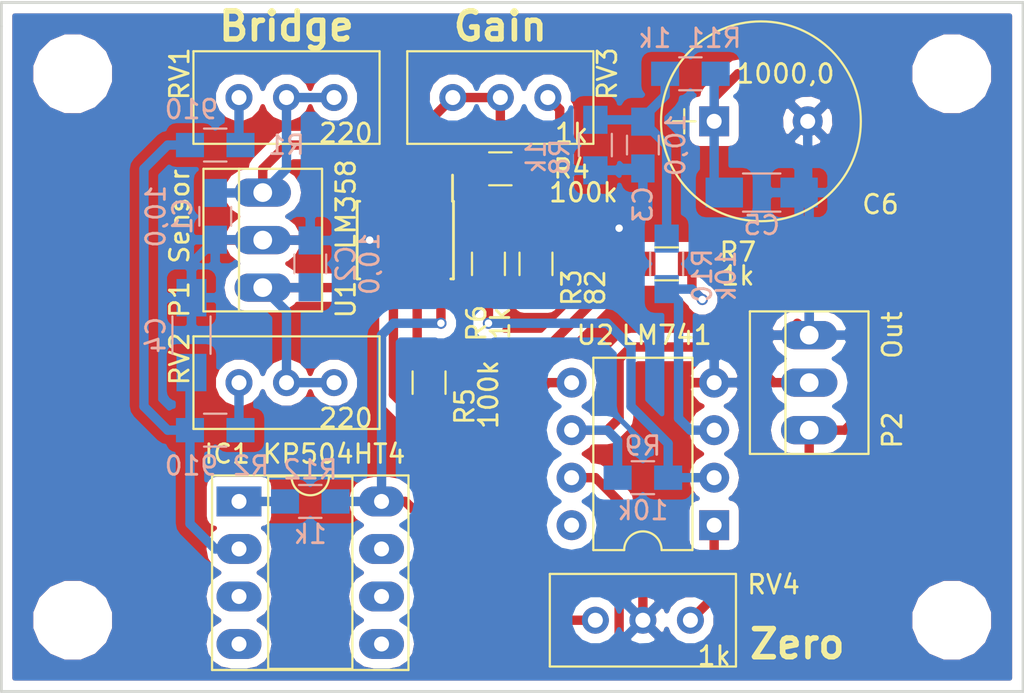
<source format=kicad_pcb>
(kicad_pcb (version 4) (host pcbnew 4.0.7)

  (general
    (links 53)
    (no_connects 0)
    (area 96.444999 48.184999 151.205001 85.165001)
    (thickness 1.6)
    (drawings 9)
    (tracks 166)
    (zones 0)
    (modules 31)
    (nets 20)
  )

  (page A4)
  (layers
    (0 F.Cu signal)
    (31 B.Cu signal)
    (32 B.Adhes user)
    (33 F.Adhes user)
    (34 B.Paste user)
    (35 F.Paste user)
    (36 B.SilkS user)
    (37 F.SilkS user)
    (38 B.Mask user)
    (39 F.Mask user)
    (40 Dwgs.User user)
    (41 Cmts.User user)
    (42 Eco1.User user)
    (43 Eco2.User user)
    (44 Edge.Cuts user)
    (45 Margin user)
    (46 B.CrtYd user)
    (47 F.CrtYd user)
    (48 B.Fab user)
    (49 F.Fab user)
  )

  (setup
    (last_trace_width 0.5)
    (user_trace_width 0.3)
    (user_trace_width 0.5)
    (user_trace_width 1)
    (trace_clearance 0.2)
    (zone_clearance 0.508)
    (zone_45_only no)
    (trace_min 0.2)
    (segment_width 0.2)
    (edge_width 0.15)
    (via_size 0.6)
    (via_drill 0.4)
    (via_min_size 0.4)
    (via_min_drill 0.3)
    (uvia_size 0.3)
    (uvia_drill 0.1)
    (uvias_allowed no)
    (uvia_min_size 0.2)
    (uvia_min_drill 0.1)
    (pcb_text_width 0.3)
    (pcb_text_size 1.5 1.5)
    (mod_edge_width 0.15)
    (mod_text_size 1 1)
    (mod_text_width 0.15)
    (pad_size 1.524 1.524)
    (pad_drill 0.762)
    (pad_to_mask_clearance 0.2)
    (aux_axis_origin 0 0)
    (visible_elements 7FFFFFFF)
    (pcbplotparams
      (layerselection 0x00030_80000001)
      (usegerberextensions false)
      (excludeedgelayer true)
      (linewidth 0.100000)
      (plotframeref false)
      (viasonmask false)
      (mode 1)
      (useauxorigin false)
      (hpglpennumber 1)
      (hpglpenspeed 20)
      (hpglpendiameter 15)
      (hpglpenoverlay 2)
      (psnegative false)
      (psa4output false)
      (plotreference true)
      (plotvalue true)
      (plotinvisibletext false)
      (padsonsilk false)
      (subtractmaskfromsilk false)
      (outputformat 1)
      (mirror false)
      (drillshape 1)
      (scaleselection 1)
      (outputdirectory ""))
  )

  (net 0 "")
  (net 1 "Net-(C1-Pad1)")
  (net 2 GND)
  (net 3 "Net-(C2-Pad2)")
  (net 4 "Net-(C3-Pad1)")
  (net 5 "Net-(C4-Pad1)")
  (net 6 +5V)
  (net 7 "Net-(IC1-Pad1)")
  (net 8 "Net-(P2-Pad2)")
  (net 9 "Net-(R1-Pad1)")
  (net 10 "Net-(R2-Pad2)")
  (net 11 "Net-(R3-Pad1)")
  (net 12 "Net-(R3-Pad2)")
  (net 13 "Net-(R4-Pad1)")
  (net 14 "Net-(R4-Pad2)")
  (net 15 "Net-(R5-Pad1)")
  (net 16 "Net-(R6-Pad1)")
  (net 17 "Net-(R10-Pad2)")
  (net 18 "Net-(RV4-Pad3)")
  (net 19 "Net-(RV4-Pad1)")

  (net_class Default "Это класс цепей по умолчанию."
    (clearance 0.2)
    (trace_width 0.25)
    (via_dia 0.6)
    (via_drill 0.4)
    (uvia_dia 0.3)
    (uvia_drill 0.1)
    (add_net +5V)
    (add_net GND)
    (add_net "Net-(C1-Pad1)")
    (add_net "Net-(C2-Pad2)")
    (add_net "Net-(C3-Pad1)")
    (add_net "Net-(C4-Pad1)")
    (add_net "Net-(IC1-Pad1)")
    (add_net "Net-(P2-Pad2)")
    (add_net "Net-(R1-Pad1)")
    (add_net "Net-(R10-Pad2)")
    (add_net "Net-(R2-Pad2)")
    (add_net "Net-(R3-Pad1)")
    (add_net "Net-(R3-Pad2)")
    (add_net "Net-(R4-Pad1)")
    (add_net "Net-(R4-Pad2)")
    (add_net "Net-(R5-Pad1)")
    (add_net "Net-(R6-Pad1)")
    (add_net "Net-(RV4-Pad1)")
    (add_net "Net-(RV4-Pad3)")
  )

  (module Mounting_Holes:MountingHole_3.2mm_M3 (layer F.Cu) (tedit 5AD747DE) (tstamp 5AD74844)
    (at 100.33 52.07)
    (descr "Mounting Hole 3.2mm, no annular, M3")
    (tags "mounting hole 3.2mm no annular m3")
    (attr virtual)
    (fp_text reference Hole (at 0 -4.2) (layer F.SilkS) hide
      (effects (font (size 1 1) (thickness 0.15)))
    )
    (fp_text value Hole (at 0 4.2) (layer F.Fab) hide
      (effects (font (size 1 1) (thickness 0.15)))
    )
    (fp_text user %R (at 0.3 0) (layer F.Fab)
      (effects (font (size 1 1) (thickness 0.15)))
    )
    (fp_circle (center 0 0) (end 3.2 0) (layer Cmts.User) (width 0.15))
    (fp_circle (center 0 0) (end 3.45 0) (layer F.CrtYd) (width 0.05))
    (pad 1 np_thru_hole circle (at 0 0) (size 3.2 3.2) (drill 3.2) (layers *.Cu *.Mask))
  )

  (module Mounting_Holes:MountingHole_3.2mm_M3 (layer F.Cu) (tedit 5AD747DE) (tstamp 5AD7483D)
    (at 100.33 81.28)
    (descr "Mounting Hole 3.2mm, no annular, M3")
    (tags "mounting hole 3.2mm no annular m3")
    (attr virtual)
    (fp_text reference Hole (at 0 -4.2) (layer F.SilkS) hide
      (effects (font (size 1 1) (thickness 0.15)))
    )
    (fp_text value Hole (at 0 4.2) (layer F.Fab) hide
      (effects (font (size 1 1) (thickness 0.15)))
    )
    (fp_text user %R (at 0.3 0) (layer F.Fab)
      (effects (font (size 1 1) (thickness 0.15)))
    )
    (fp_circle (center 0 0) (end 3.2 0) (layer Cmts.User) (width 0.15))
    (fp_circle (center 0 0) (end 3.45 0) (layer F.CrtYd) (width 0.05))
    (pad 1 np_thru_hole circle (at 0 0) (size 3.2 3.2) (drill 3.2) (layers *.Cu *.Mask))
  )

  (module Mounting_Holes:MountingHole_3.2mm_M3 (layer F.Cu) (tedit 5AD747DE) (tstamp 5AD74836)
    (at 147.32 81.28)
    (descr "Mounting Hole 3.2mm, no annular, M3")
    (tags "mounting hole 3.2mm no annular m3")
    (attr virtual)
    (fp_text reference Hole (at 0 -4.2) (layer F.SilkS) hide
      (effects (font (size 1 1) (thickness 0.15)))
    )
    (fp_text value Hole (at 0 4.2) (layer F.Fab) hide
      (effects (font (size 1 1) (thickness 0.15)))
    )
    (fp_text user %R (at 0.3 0) (layer F.Fab)
      (effects (font (size 1 1) (thickness 0.15)))
    )
    (fp_circle (center 0 0) (end 3.2 0) (layer Cmts.User) (width 0.15))
    (fp_circle (center 0 0) (end 3.45 0) (layer F.CrtYd) (width 0.05))
    (pad 1 np_thru_hole circle (at 0 0) (size 3.2 3.2) (drill 3.2) (layers *.Cu *.Mask))
  )

  (module Capacitors_SMD:C_0805_HandSoldering (layer B.Cu) (tedit 5AFFC708) (tstamp 5AD74216)
    (at 107.95 59.69 270)
    (descr "Capacitor SMD 0805, hand soldering")
    (tags "capacitor 0805")
    (path /5A594937)
    (attr smd)
    (fp_text reference C1 (at 0 1.75 270) (layer B.SilkS)
      (effects (font (size 1 1) (thickness 0.15)) (justify mirror))
    )
    (fp_text value 10,0 (at 0 3.175 270) (layer B.SilkS)
      (effects (font (size 1 1) (thickness 0.15)) (justify mirror))
    )
    (fp_text user %R (at 0 1.75 270) (layer B.Fab)
      (effects (font (size 1 1) (thickness 0.15)) (justify mirror))
    )
    (fp_line (start -1 -0.62) (end -1 0.62) (layer B.Fab) (width 0.1))
    (fp_line (start 1 -0.62) (end -1 -0.62) (layer B.Fab) (width 0.1))
    (fp_line (start 1 0.62) (end 1 -0.62) (layer B.Fab) (width 0.1))
    (fp_line (start -1 0.62) (end 1 0.62) (layer B.Fab) (width 0.1))
    (fp_line (start 0.5 0.85) (end -0.5 0.85) (layer B.SilkS) (width 0.12))
    (fp_line (start -0.5 -0.85) (end 0.5 -0.85) (layer B.SilkS) (width 0.12))
    (fp_line (start -2.25 0.88) (end 2.25 0.88) (layer B.CrtYd) (width 0.05))
    (fp_line (start -2.25 0.88) (end -2.25 -0.87) (layer B.CrtYd) (width 0.05))
    (fp_line (start 2.25 -0.87) (end 2.25 0.88) (layer B.CrtYd) (width 0.05))
    (fp_line (start 2.25 -0.87) (end -2.25 -0.87) (layer B.CrtYd) (width 0.05))
    (pad 1 smd rect (at -1.25 0 270) (size 1.5 1.25) (layers B.Cu B.Paste B.Mask)
      (net 1 "Net-(C1-Pad1)"))
    (pad 2 smd rect (at 1.25 0 270) (size 1.5 1.25) (layers B.Cu B.Paste B.Mask)
      (net 2 GND))
    (model Capacitors_SMD.3dshapes/C_0805.wrl
      (at (xyz 0 0 0))
      (scale (xyz 1 1 1))
      (rotate (xyz 0 0 0))
    )
  )

  (module Capacitors_SMD:C_0805_HandSoldering (layer B.Cu) (tedit 5AFFC71E) (tstamp 5AD7421C)
    (at 113.03 62.23 270)
    (descr "Capacitor SMD 0805, hand soldering")
    (tags "capacitor 0805")
    (path /5A5948CE)
    (attr smd)
    (fp_text reference C2 (at 0 -1.905 270) (layer B.SilkS)
      (effects (font (size 1 1) (thickness 0.15)) (justify mirror))
    )
    (fp_text value 10,0 (at 0 -3.175 270) (layer B.SilkS)
      (effects (font (size 1 1) (thickness 0.15)) (justify mirror))
    )
    (fp_text user %R (at 0 -1.905 270) (layer B.Fab)
      (effects (font (size 1 1) (thickness 0.15)) (justify mirror))
    )
    (fp_line (start -1 -0.62) (end -1 0.62) (layer B.Fab) (width 0.1))
    (fp_line (start 1 -0.62) (end -1 -0.62) (layer B.Fab) (width 0.1))
    (fp_line (start 1 0.62) (end 1 -0.62) (layer B.Fab) (width 0.1))
    (fp_line (start -1 0.62) (end 1 0.62) (layer B.Fab) (width 0.1))
    (fp_line (start 0.5 0.85) (end -0.5 0.85) (layer B.SilkS) (width 0.12))
    (fp_line (start -0.5 -0.85) (end 0.5 -0.85) (layer B.SilkS) (width 0.12))
    (fp_line (start -2.25 0.88) (end 2.25 0.88) (layer B.CrtYd) (width 0.05))
    (fp_line (start -2.25 0.88) (end -2.25 -0.87) (layer B.CrtYd) (width 0.05))
    (fp_line (start 2.25 -0.87) (end 2.25 0.88) (layer B.CrtYd) (width 0.05))
    (fp_line (start 2.25 -0.87) (end -2.25 -0.87) (layer B.CrtYd) (width 0.05))
    (pad 1 smd rect (at -1.25 0 270) (size 1.5 1.25) (layers B.Cu B.Paste B.Mask)
      (net 2 GND))
    (pad 2 smd rect (at 1.25 0 270) (size 1.5 1.25) (layers B.Cu B.Paste B.Mask)
      (net 3 "Net-(C2-Pad2)"))
    (model Capacitors_SMD.3dshapes/C_0805.wrl
      (at (xyz 0 0 0))
      (scale (xyz 1 1 1))
      (rotate (xyz 0 0 0))
    )
  )

  (module Capacitors_SMD:C_0805_HandSoldering (layer B.Cu) (tedit 5AFFC6DB) (tstamp 5AD74222)
    (at 130.81 55.88 270)
    (descr "Capacitor SMD 0805, hand soldering")
    (tags "capacitor 0805")
    (path /5A595F6D)
    (attr smd)
    (fp_text reference C3 (at 3.175 0 270) (layer B.SilkS)
      (effects (font (size 1 1) (thickness 0.15)) (justify mirror))
    )
    (fp_text value 10,0 (at 0 -1.75 270) (layer B.SilkS)
      (effects (font (size 1 1) (thickness 0.15)) (justify mirror))
    )
    (fp_text user %R (at 3.175 0 270) (layer B.Fab)
      (effects (font (size 1 1) (thickness 0.15)) (justify mirror))
    )
    (fp_line (start -1 -0.62) (end -1 0.62) (layer B.Fab) (width 0.1))
    (fp_line (start 1 -0.62) (end -1 -0.62) (layer B.Fab) (width 0.1))
    (fp_line (start 1 0.62) (end 1 -0.62) (layer B.Fab) (width 0.1))
    (fp_line (start -1 0.62) (end 1 0.62) (layer B.Fab) (width 0.1))
    (fp_line (start 0.5 0.85) (end -0.5 0.85) (layer B.SilkS) (width 0.12))
    (fp_line (start -0.5 -0.85) (end 0.5 -0.85) (layer B.SilkS) (width 0.12))
    (fp_line (start -2.25 0.88) (end 2.25 0.88) (layer B.CrtYd) (width 0.05))
    (fp_line (start -2.25 0.88) (end -2.25 -0.87) (layer B.CrtYd) (width 0.05))
    (fp_line (start 2.25 -0.87) (end 2.25 0.88) (layer B.CrtYd) (width 0.05))
    (fp_line (start 2.25 -0.87) (end -2.25 -0.87) (layer B.CrtYd) (width 0.05))
    (pad 1 smd rect (at -1.25 0 270) (size 1.5 1.25) (layers B.Cu B.Paste B.Mask)
      (net 4 "Net-(C3-Pad1)"))
    (pad 2 smd rect (at 1.25 0 270) (size 1.5 1.25) (layers B.Cu B.Paste B.Mask)
      (net 2 GND))
    (model Capacitors_SMD.3dshapes/C_0805.wrl
      (at (xyz 0 0 0))
      (scale (xyz 1 1 1))
      (rotate (xyz 0 0 0))
    )
  )

  (module Capacitors_SMD:C_1206_HandSoldering (layer B.Cu) (tedit 5AD74CBE) (tstamp 5AD74228)
    (at 106.68 66.04 90)
    (descr "Capacitor SMD 1206, hand soldering")
    (tags "capacitor 1206")
    (path /5A596B2A)
    (attr smd)
    (fp_text reference C4 (at 0 -1.905 90) (layer B.SilkS)
      (effects (font (size 1 1) (thickness 0.15)) (justify mirror))
    )
    (fp_text value 0,1 (at 0 -2 90) (layer B.Fab)
      (effects (font (size 1 1) (thickness 0.15)) (justify mirror))
    )
    (fp_text user %R (at 0 -1.905 90) (layer B.Fab)
      (effects (font (size 1 1) (thickness 0.15)) (justify mirror))
    )
    (fp_line (start -1.6 -0.8) (end -1.6 0.8) (layer B.Fab) (width 0.1))
    (fp_line (start 1.6 -0.8) (end -1.6 -0.8) (layer B.Fab) (width 0.1))
    (fp_line (start 1.6 0.8) (end 1.6 -0.8) (layer B.Fab) (width 0.1))
    (fp_line (start -1.6 0.8) (end 1.6 0.8) (layer B.Fab) (width 0.1))
    (fp_line (start 1 1.02) (end -1 1.02) (layer B.SilkS) (width 0.12))
    (fp_line (start -1 -1.02) (end 1 -1.02) (layer B.SilkS) (width 0.12))
    (fp_line (start -3.25 1.05) (end 3.25 1.05) (layer B.CrtYd) (width 0.05))
    (fp_line (start -3.25 1.05) (end -3.25 -1.05) (layer B.CrtYd) (width 0.05))
    (fp_line (start 3.25 -1.05) (end 3.25 1.05) (layer B.CrtYd) (width 0.05))
    (fp_line (start 3.25 -1.05) (end -3.25 -1.05) (layer B.CrtYd) (width 0.05))
    (pad 1 smd rect (at -2 0 90) (size 2 1.6) (layers B.Cu B.Paste B.Mask)
      (net 5 "Net-(C4-Pad1)"))
    (pad 2 smd rect (at 2 0 90) (size 2 1.6) (layers B.Cu B.Paste B.Mask)
      (net 2 GND))
    (model Capacitors_SMD.3dshapes/C_1206.wrl
      (at (xyz 0 0 0))
      (scale (xyz 1 1 1))
      (rotate (xyz 0 0 0))
    )
  )

  (module Capacitors_SMD:C_1206_HandSoldering (layer B.Cu) (tedit 58AA84D1) (tstamp 5AD7422E)
    (at 137.16 58.42)
    (descr "Capacitor SMD 1206, hand soldering")
    (tags "capacitor 1206")
    (path /5A596653)
    (attr smd)
    (fp_text reference C5 (at 0 1.75) (layer B.SilkS)
      (effects (font (size 1 1) (thickness 0.15)) (justify mirror))
    )
    (fp_text value 0,1 (at 0 -2) (layer B.Fab)
      (effects (font (size 1 1) (thickness 0.15)) (justify mirror))
    )
    (fp_text user %R (at 0 1.75) (layer B.Fab)
      (effects (font (size 1 1) (thickness 0.15)) (justify mirror))
    )
    (fp_line (start -1.6 -0.8) (end -1.6 0.8) (layer B.Fab) (width 0.1))
    (fp_line (start 1.6 -0.8) (end -1.6 -0.8) (layer B.Fab) (width 0.1))
    (fp_line (start 1.6 0.8) (end 1.6 -0.8) (layer B.Fab) (width 0.1))
    (fp_line (start -1.6 0.8) (end 1.6 0.8) (layer B.Fab) (width 0.1))
    (fp_line (start 1 1.02) (end -1 1.02) (layer B.SilkS) (width 0.12))
    (fp_line (start -1 -1.02) (end 1 -1.02) (layer B.SilkS) (width 0.12))
    (fp_line (start -3.25 1.05) (end 3.25 1.05) (layer B.CrtYd) (width 0.05))
    (fp_line (start -3.25 1.05) (end -3.25 -1.05) (layer B.CrtYd) (width 0.05))
    (fp_line (start 3.25 -1.05) (end 3.25 1.05) (layer B.CrtYd) (width 0.05))
    (fp_line (start 3.25 -1.05) (end -3.25 -1.05) (layer B.CrtYd) (width 0.05))
    (pad 1 smd rect (at -2 0) (size 2 1.6) (layers B.Cu B.Paste B.Mask)
      (net 6 +5V))
    (pad 2 smd rect (at 2 0) (size 2 1.6) (layers B.Cu B.Paste B.Mask)
      (net 2 GND))
    (model Capacitors_SMD.3dshapes/C_1206.wrl
      (at (xyz 0 0 0))
      (scale (xyz 1 1 1))
      (rotate (xyz 0 0 0))
    )
  )

  (module Capacitors_THT:CP_Radial_Tantal_D10.5mm_P5.00mm (layer F.Cu) (tedit 5AFFC832) (tstamp 5AD74234)
    (at 134.62 54.61)
    (descr "CP, Radial_Tantal series, Radial, pin pitch=5.00mm, , diameter=10.5mm, Tantal Electrolytic Capacitor, http://cdn-reichelt.de/documents/datenblatt/B300/TANTAL-TB-Serie%23.pdf")
    (tags "CP Radial_Tantal series Radial pin pitch 5.00mm  diameter 10.5mm Tantal Electrolytic Capacitor")
    (path /5A5966CF)
    (fp_text reference C6 (at 8.89 4.445) (layer F.SilkS)
      (effects (font (size 1 1) (thickness 0.15)))
    )
    (fp_text value 1000,0 (at 3.81 -2.54) (layer F.SilkS)
      (effects (font (size 1 1) (thickness 0.15)))
    )
    (fp_circle (center 2.5 0) (end 7.75 0) (layer F.Fab) (width 0.1))
    (fp_circle (center 2.5 0) (end 7.84 0) (layer F.SilkS) (width 0.12))
    (fp_line (start -2.2 0) (end -1 0) (layer F.Fab) (width 0.1))
    (fp_line (start -1.6 -0.65) (end -1.6 0.65) (layer F.Fab) (width 0.1))
    (fp_line (start -2.2 0) (end -1 0) (layer F.SilkS) (width 0.12))
    (fp_line (start -1.6 -0.65) (end -1.6 0.65) (layer F.SilkS) (width 0.12))
    (fp_line (start -3.1 -5.6) (end -3.1 5.6) (layer F.CrtYd) (width 0.05))
    (fp_line (start -3.1 5.6) (end 8.1 5.6) (layer F.CrtYd) (width 0.05))
    (fp_line (start 8.1 5.6) (end 8.1 -5.6) (layer F.CrtYd) (width 0.05))
    (fp_line (start 8.1 -5.6) (end -3.1 -5.6) (layer F.CrtYd) (width 0.05))
    (fp_text user %R (at 2.5 0) (layer F.Fab)
      (effects (font (size 1 1) (thickness 0.15)))
    )
    (pad 1 thru_hole rect (at 0 0) (size 1.6 1.6) (drill 0.8) (layers *.Cu *.Mask)
      (net 6 +5V))
    (pad 2 thru_hole circle (at 5 0) (size 1.6 1.6) (drill 0.8) (layers *.Cu *.Mask)
      (net 2 GND))
    (model ${KISYS3DMOD}/Capacitors_THT.3dshapes/CP_Radial_Tantal_D10.5mm_P5.00mm.wrl
      (at (xyz 0 0 0))
      (scale (xyz 1 1 1))
      (rotate (xyz 0 0 0))
    )
  )

  (module Housings_DIP:DIP-8_W7.62mm_Socket_LongPads (layer F.Cu) (tedit 5AD74BE9) (tstamp 5AD74240)
    (at 109.22 74.93)
    (descr "8-lead though-hole mounted DIP package, row spacing 7.62 mm (300 mils), Socket, LongPads")
    (tags "THT DIP DIL PDIP 2.54mm 7.62mm 300mil Socket LongPads")
    (path /5AD825E0)
    (fp_text reference IC1 (at -0.635 -2.54) (layer F.SilkS)
      (effects (font (size 1 1) (thickness 0.15)))
    )
    (fp_text value КР504НТ4 (at 5.08 -2.54) (layer F.SilkS)
      (effects (font (size 1 1) (thickness 0.15)))
    )
    (fp_arc (start 3.81 -1.33) (end 2.81 -1.33) (angle -180) (layer F.SilkS) (width 0.12))
    (fp_line (start 1.635 -1.27) (end 6.985 -1.27) (layer F.Fab) (width 0.1))
    (fp_line (start 6.985 -1.27) (end 6.985 8.89) (layer F.Fab) (width 0.1))
    (fp_line (start 6.985 8.89) (end 0.635 8.89) (layer F.Fab) (width 0.1))
    (fp_line (start 0.635 8.89) (end 0.635 -0.27) (layer F.Fab) (width 0.1))
    (fp_line (start 0.635 -0.27) (end 1.635 -1.27) (layer F.Fab) (width 0.1))
    (fp_line (start -1.27 -1.33) (end -1.27 8.95) (layer F.Fab) (width 0.1))
    (fp_line (start -1.27 8.95) (end 8.89 8.95) (layer F.Fab) (width 0.1))
    (fp_line (start 8.89 8.95) (end 8.89 -1.33) (layer F.Fab) (width 0.1))
    (fp_line (start 8.89 -1.33) (end -1.27 -1.33) (layer F.Fab) (width 0.1))
    (fp_line (start 2.81 -1.33) (end 1.56 -1.33) (layer F.SilkS) (width 0.12))
    (fp_line (start 1.56 -1.33) (end 1.56 8.95) (layer F.SilkS) (width 0.12))
    (fp_line (start 1.56 8.95) (end 6.06 8.95) (layer F.SilkS) (width 0.12))
    (fp_line (start 6.06 8.95) (end 6.06 -1.33) (layer F.SilkS) (width 0.12))
    (fp_line (start 6.06 -1.33) (end 4.81 -1.33) (layer F.SilkS) (width 0.12))
    (fp_line (start -1.44 -1.39) (end -1.44 9.01) (layer F.SilkS) (width 0.12))
    (fp_line (start -1.44 9.01) (end 9.06 9.01) (layer F.SilkS) (width 0.12))
    (fp_line (start 9.06 9.01) (end 9.06 -1.39) (layer F.SilkS) (width 0.12))
    (fp_line (start 9.06 -1.39) (end -1.44 -1.39) (layer F.SilkS) (width 0.12))
    (fp_line (start -1.55 -1.6) (end -1.55 9.2) (layer F.CrtYd) (width 0.05))
    (fp_line (start -1.55 9.2) (end 9.15 9.2) (layer F.CrtYd) (width 0.05))
    (fp_line (start 9.15 9.2) (end 9.15 -1.6) (layer F.CrtYd) (width 0.05))
    (fp_line (start 9.15 -1.6) (end -1.55 -1.6) (layer F.CrtYd) (width 0.05))
    (fp_text user %R (at -0.635 -2.54) (layer F.Fab)
      (effects (font (size 1 1) (thickness 0.15)))
    )
    (pad 1 thru_hole rect (at 0 0) (size 2.4 1.6) (drill 0.8) (layers *.Cu *.Mask)
      (net 7 "Net-(IC1-Pad1)"))
    (pad 5 thru_hole oval (at 7.62 7.62) (size 2.4 1.6) (drill 0.8) (layers *.Cu *.Mask))
    (pad 2 thru_hole oval (at 0 2.54) (size 2.4 1.6) (drill 0.8) (layers *.Cu *.Mask)
      (net 5 "Net-(C4-Pad1)"))
    (pad 6 thru_hole oval (at 7.62 5.08) (size 2.4 1.6) (drill 0.8) (layers *.Cu *.Mask))
    (pad 3 thru_hole oval (at 0 5.08) (size 2.4 1.6) (drill 0.8) (layers *.Cu *.Mask))
    (pad 7 thru_hole oval (at 7.62 2.54) (size 2.4 1.6) (drill 0.8) (layers *.Cu *.Mask))
    (pad 4 thru_hole oval (at 0 7.62) (size 2.4 1.6) (drill 0.8) (layers *.Cu *.Mask))
    (pad 8 thru_hole oval (at 7.62 0) (size 2.4 1.6) (drill 0.8) (layers *.Cu *.Mask)
      (net 6 +5V))
    (model ${KISYS3DMOD}/Housings_DIP.3dshapes/DIP-8_W7.62mm_Socket.wrl
      (at (xyz 0 0 0))
      (scale (xyz 1 1 1))
      (rotate (xyz 0 0 0))
    )
  )

  (module Connectors:PINHEAD1-3 (layer F.Cu) (tedit 5AFFC5B2) (tstamp 5AD74247)
    (at 110.49 63.5 90)
    (path /5A59497B)
    (fp_text reference P1 (at -0.635 -4.445 90) (layer F.SilkS)
      (effects (font (size 1 1) (thickness 0.15)))
    )
    (fp_text value Sensor (at 3.81 -4.445 90) (layer F.SilkS)
      (effects (font (size 1 1) (thickness 0.15)))
    )
    (fp_line (start -1.27 -3.17) (end -1.27 3.17) (layer F.SilkS) (width 0.12))
    (fp_line (start 6.35 -3.17) (end 6.35 3.17) (layer F.SilkS) (width 0.12))
    (fp_line (start 6.35 -1.27) (end -1.27 -1.27) (layer F.SilkS) (width 0.12))
    (fp_line (start -1.27 -3.17) (end 6.35 -3.17) (layer F.SilkS) (width 0.12))
    (fp_line (start 6.35 3.17) (end -1.27 3.17) (layer F.SilkS) (width 0.12))
    (fp_line (start -1.52 -3.42) (end 6.6 -3.42) (layer F.CrtYd) (width 0.05))
    (fp_line (start -1.52 -3.42) (end -1.52 3.42) (layer F.CrtYd) (width 0.05))
    (fp_line (start 6.6 3.42) (end 6.6 -3.42) (layer F.CrtYd) (width 0.05))
    (fp_line (start 6.6 3.42) (end -1.52 3.42) (layer F.CrtYd) (width 0.05))
    (pad 1 thru_hole oval (at 0 0 90) (size 1.51 3.01) (drill 1) (layers *.Cu *.Mask)
      (net 3 "Net-(C2-Pad2)"))
    (pad 2 thru_hole oval (at 2.54 0 90) (size 1.51 3.01) (drill 1) (layers *.Cu *.Mask)
      (net 2 GND))
    (pad 3 thru_hole oval (at 5.08 0 90) (size 1.51 3.01) (drill 1) (layers *.Cu *.Mask)
      (net 1 "Net-(C1-Pad1)"))
  )

  (module Connectors:PINHEAD1-3 (layer F.Cu) (tedit 5AD74B9D) (tstamp 5AD7424E)
    (at 139.7 71.12 90)
    (path /5AD83521)
    (fp_text reference P2 (at 0 4.445 90) (layer F.SilkS)
      (effects (font (size 1 1) (thickness 0.15)))
    )
    (fp_text value Out (at 5.08 4.445 90) (layer F.SilkS)
      (effects (font (size 1 1) (thickness 0.15)))
    )
    (fp_line (start -1.27 -3.17) (end -1.27 3.17) (layer F.SilkS) (width 0.12))
    (fp_line (start 6.35 -3.17) (end 6.35 3.17) (layer F.SilkS) (width 0.12))
    (fp_line (start 6.35 -1.27) (end -1.27 -1.27) (layer F.SilkS) (width 0.12))
    (fp_line (start -1.27 -3.17) (end 6.35 -3.17) (layer F.SilkS) (width 0.12))
    (fp_line (start 6.35 3.17) (end -1.27 3.17) (layer F.SilkS) (width 0.12))
    (fp_line (start -1.52 -3.42) (end 6.6 -3.42) (layer F.CrtYd) (width 0.05))
    (fp_line (start -1.52 -3.42) (end -1.52 3.42) (layer F.CrtYd) (width 0.05))
    (fp_line (start 6.6 3.42) (end 6.6 -3.42) (layer F.CrtYd) (width 0.05))
    (fp_line (start 6.6 3.42) (end -1.52 3.42) (layer F.CrtYd) (width 0.05))
    (pad 1 thru_hole oval (at 0 0 90) (size 1.51 3.01) (drill 1) (layers *.Cu *.Mask)
      (net 6 +5V))
    (pad 2 thru_hole oval (at 2.54 0 90) (size 1.51 3.01) (drill 1) (layers *.Cu *.Mask)
      (net 8 "Net-(P2-Pad2)"))
    (pad 3 thru_hole oval (at 5.08 0 90) (size 1.51 3.01) (drill 1) (layers *.Cu *.Mask)
      (net 2 GND))
  )

  (module Resistors_SMD:R_0805_HandSoldering (layer B.Cu) (tedit 5AFFC67C) (tstamp 5AD74254)
    (at 107.95 55.88 180)
    (descr "Resistor SMD 0805, hand soldering")
    (tags "resistor 0805")
    (path /5A59484E)
    (attr smd)
    (fp_text reference R1 (at -3.81 0 180) (layer B.SilkS)
      (effects (font (size 1 1) (thickness 0.15)) (justify mirror))
    )
    (fp_text value 910 (at 1.27 1.905 180) (layer B.SilkS)
      (effects (font (size 1 1) (thickness 0.15)) (justify mirror))
    )
    (fp_text user %R (at 0 0 180) (layer B.Fab)
      (effects (font (size 0.5 0.5) (thickness 0.075)) (justify mirror))
    )
    (fp_line (start -1 -0.62) (end -1 0.62) (layer B.Fab) (width 0.1))
    (fp_line (start 1 -0.62) (end -1 -0.62) (layer B.Fab) (width 0.1))
    (fp_line (start 1 0.62) (end 1 -0.62) (layer B.Fab) (width 0.1))
    (fp_line (start -1 0.62) (end 1 0.62) (layer B.Fab) (width 0.1))
    (fp_line (start 0.6 -0.88) (end -0.6 -0.88) (layer B.SilkS) (width 0.12))
    (fp_line (start -0.6 0.88) (end 0.6 0.88) (layer B.SilkS) (width 0.12))
    (fp_line (start -2.35 0.9) (end 2.35 0.9) (layer B.CrtYd) (width 0.05))
    (fp_line (start -2.35 0.9) (end -2.35 -0.9) (layer B.CrtYd) (width 0.05))
    (fp_line (start 2.35 -0.9) (end 2.35 0.9) (layer B.CrtYd) (width 0.05))
    (fp_line (start 2.35 -0.9) (end -2.35 -0.9) (layer B.CrtYd) (width 0.05))
    (pad 1 smd rect (at -1.35 0 180) (size 1.5 1.3) (layers B.Cu B.Paste B.Mask)
      (net 9 "Net-(R1-Pad1)"))
    (pad 2 smd rect (at 1.35 0 180) (size 1.5 1.3) (layers B.Cu B.Paste B.Mask)
      (net 5 "Net-(C4-Pad1)"))
    (model ${KISYS3DMOD}/Resistors_SMD.3dshapes/R_0805.wrl
      (at (xyz 0 0 0))
      (scale (xyz 1 1 1))
      (rotate (xyz 0 0 0))
    )
  )

  (module Resistors_SMD:R_0805_HandSoldering (layer B.Cu) (tedit 5AFFC660) (tstamp 5AD7425A)
    (at 107.95 71.12)
    (descr "Resistor SMD 0805, hand soldering")
    (tags "resistor 0805")
    (path /5A594890)
    (attr smd)
    (fp_text reference R2 (at 1.905 1.905) (layer B.SilkS)
      (effects (font (size 1 1) (thickness 0.15)) (justify mirror))
    )
    (fp_text value 910 (at -1.27 1.905) (layer B.SilkS)
      (effects (font (size 1 1) (thickness 0.15)) (justify mirror))
    )
    (fp_text user %R (at 0 0) (layer B.Fab)
      (effects (font (size 0.5 0.5) (thickness 0.075)) (justify mirror))
    )
    (fp_line (start -1 -0.62) (end -1 0.62) (layer B.Fab) (width 0.1))
    (fp_line (start 1 -0.62) (end -1 -0.62) (layer B.Fab) (width 0.1))
    (fp_line (start 1 0.62) (end 1 -0.62) (layer B.Fab) (width 0.1))
    (fp_line (start -1 0.62) (end 1 0.62) (layer B.Fab) (width 0.1))
    (fp_line (start 0.6 -0.88) (end -0.6 -0.88) (layer B.SilkS) (width 0.12))
    (fp_line (start -0.6 0.88) (end 0.6 0.88) (layer B.SilkS) (width 0.12))
    (fp_line (start -2.35 0.9) (end 2.35 0.9) (layer B.CrtYd) (width 0.05))
    (fp_line (start -2.35 0.9) (end -2.35 -0.9) (layer B.CrtYd) (width 0.05))
    (fp_line (start 2.35 -0.9) (end 2.35 0.9) (layer B.CrtYd) (width 0.05))
    (fp_line (start 2.35 -0.9) (end -2.35 -0.9) (layer B.CrtYd) (width 0.05))
    (pad 1 smd rect (at -1.35 0) (size 1.5 1.3) (layers B.Cu B.Paste B.Mask)
      (net 5 "Net-(C4-Pad1)"))
    (pad 2 smd rect (at 1.35 0) (size 1.5 1.3) (layers B.Cu B.Paste B.Mask)
      (net 10 "Net-(R2-Pad2)"))
    (model ${KISYS3DMOD}/Resistors_SMD.3dshapes/R_0805.wrl
      (at (xyz 0 0 0))
      (scale (xyz 1 1 1))
      (rotate (xyz 0 0 0))
    )
  )

  (module Resistors_SMD:R_0805_HandSoldering (layer F.Cu) (tedit 5B00A662) (tstamp 5AD74260)
    (at 125.095 62.23 270)
    (descr "Resistor SMD 0805, hand soldering")
    (tags "resistor 0805")
    (path /5A59473D)
    (attr smd)
    (fp_text reference R3 (at 1.27 -1.905 270) (layer F.SilkS)
      (effects (font (size 1 1) (thickness 0.15)))
    )
    (fp_text value 82 (at 1.27 -3.175 270) (layer F.SilkS)
      (effects (font (size 1 1) (thickness 0.15)))
    )
    (fp_text user %R (at 0 0 270) (layer F.Fab)
      (effects (font (size 0.5 0.5) (thickness 0.075)))
    )
    (fp_line (start -1 0.62) (end -1 -0.62) (layer F.Fab) (width 0.1))
    (fp_line (start 1 0.62) (end -1 0.62) (layer F.Fab) (width 0.1))
    (fp_line (start 1 -0.62) (end 1 0.62) (layer F.Fab) (width 0.1))
    (fp_line (start -1 -0.62) (end 1 -0.62) (layer F.Fab) (width 0.1))
    (fp_line (start 0.6 0.88) (end -0.6 0.88) (layer F.SilkS) (width 0.12))
    (fp_line (start -0.6 -0.88) (end 0.6 -0.88) (layer F.SilkS) (width 0.12))
    (fp_line (start -2.35 -0.9) (end 2.35 -0.9) (layer F.CrtYd) (width 0.05))
    (fp_line (start -2.35 -0.9) (end -2.35 0.9) (layer F.CrtYd) (width 0.05))
    (fp_line (start 2.35 0.9) (end 2.35 -0.9) (layer F.CrtYd) (width 0.05))
    (fp_line (start 2.35 0.9) (end -2.35 0.9) (layer F.CrtYd) (width 0.05))
    (pad 1 smd rect (at -1.35 0 270) (size 1.5 1.3) (layers F.Cu F.Paste F.Mask)
      (net 11 "Net-(R3-Pad1)"))
    (pad 2 smd rect (at 1.35 0 270) (size 1.5 1.3) (layers F.Cu F.Paste F.Mask)
      (net 12 "Net-(R3-Pad2)"))
    (model ${KISYS3DMOD}/Resistors_SMD.3dshapes/R_0805.wrl
      (at (xyz 0 0 0))
      (scale (xyz 1 1 1))
      (rotate (xyz 0 0 0))
    )
  )

  (module Resistors_SMD:R_0805_HandSoldering (layer F.Cu) (tedit 5B00A51A) (tstamp 5AD74266)
    (at 123.19 57.15)
    (descr "Resistor SMD 0805, hand soldering")
    (tags "resistor 0805")
    (path /5A5947BC)
    (attr smd)
    (fp_text reference R4 (at 3.81 0) (layer F.SilkS)
      (effects (font (size 1 1) (thickness 0.15)))
    )
    (fp_text value 100k (at 4.445 1.27) (layer F.SilkS)
      (effects (font (size 1 1) (thickness 0.15)))
    )
    (fp_text user %R (at 0 0) (layer F.Fab)
      (effects (font (size 0.5 0.5) (thickness 0.075)))
    )
    (fp_line (start -1 0.62) (end -1 -0.62) (layer F.Fab) (width 0.1))
    (fp_line (start 1 0.62) (end -1 0.62) (layer F.Fab) (width 0.1))
    (fp_line (start 1 -0.62) (end 1 0.62) (layer F.Fab) (width 0.1))
    (fp_line (start -1 -0.62) (end 1 -0.62) (layer F.Fab) (width 0.1))
    (fp_line (start 0.6 0.88) (end -0.6 0.88) (layer F.SilkS) (width 0.12))
    (fp_line (start -0.6 -0.88) (end 0.6 -0.88) (layer F.SilkS) (width 0.12))
    (fp_line (start -2.35 -0.9) (end 2.35 -0.9) (layer F.CrtYd) (width 0.05))
    (fp_line (start -2.35 -0.9) (end -2.35 0.9) (layer F.CrtYd) (width 0.05))
    (fp_line (start 2.35 0.9) (end 2.35 -0.9) (layer F.CrtYd) (width 0.05))
    (fp_line (start 2.35 0.9) (end -2.35 0.9) (layer F.CrtYd) (width 0.05))
    (pad 1 smd rect (at -1.35 0) (size 1.5 1.3) (layers F.Cu F.Paste F.Mask)
      (net 13 "Net-(R4-Pad1)"))
    (pad 2 smd rect (at 1.35 0) (size 1.5 1.3) (layers F.Cu F.Paste F.Mask)
      (net 14 "Net-(R4-Pad2)"))
    (model ${KISYS3DMOD}/Resistors_SMD.3dshapes/R_0805.wrl
      (at (xyz 0 0 0))
      (scale (xyz 1 1 1))
      (rotate (xyz 0 0 0))
    )
  )

  (module Resistors_SMD:R_0805_HandSoldering (layer F.Cu) (tedit 5B00A669) (tstamp 5AD7426C)
    (at 119.38 68.58 270)
    (descr "Resistor SMD 0805, hand soldering")
    (tags "resistor 0805")
    (path /5A5947EE)
    (attr smd)
    (fp_text reference R5 (at 1.27 -1.905 270) (layer F.SilkS)
      (effects (font (size 1 1) (thickness 0.15)))
    )
    (fp_text value 100k (at 0.635 -3.175 270) (layer F.SilkS)
      (effects (font (size 1 1) (thickness 0.15)))
    )
    (fp_text user %R (at 0 0 270) (layer F.Fab)
      (effects (font (size 0.5 0.5) (thickness 0.075)))
    )
    (fp_line (start -1 0.62) (end -1 -0.62) (layer F.Fab) (width 0.1))
    (fp_line (start 1 0.62) (end -1 0.62) (layer F.Fab) (width 0.1))
    (fp_line (start 1 -0.62) (end 1 0.62) (layer F.Fab) (width 0.1))
    (fp_line (start -1 -0.62) (end 1 -0.62) (layer F.Fab) (width 0.1))
    (fp_line (start 0.6 0.88) (end -0.6 0.88) (layer F.SilkS) (width 0.12))
    (fp_line (start -0.6 -0.88) (end 0.6 -0.88) (layer F.SilkS) (width 0.12))
    (fp_line (start -2.35 -0.9) (end 2.35 -0.9) (layer F.CrtYd) (width 0.05))
    (fp_line (start -2.35 -0.9) (end -2.35 0.9) (layer F.CrtYd) (width 0.05))
    (fp_line (start 2.35 0.9) (end 2.35 -0.9) (layer F.CrtYd) (width 0.05))
    (fp_line (start 2.35 0.9) (end -2.35 0.9) (layer F.CrtYd) (width 0.05))
    (pad 1 smd rect (at -1.35 0 270) (size 1.5 1.3) (layers F.Cu F.Paste F.Mask)
      (net 15 "Net-(R5-Pad1)"))
    (pad 2 smd rect (at 1.35 0 270) (size 1.5 1.3) (layers F.Cu F.Paste F.Mask)
      (net 12 "Net-(R3-Pad2)"))
    (model ${KISYS3DMOD}/Resistors_SMD.3dshapes/R_0805.wrl
      (at (xyz 0 0 0))
      (scale (xyz 1 1 1))
      (rotate (xyz 0 0 0))
    )
  )

  (module Resistors_SMD:R_0805_HandSoldering (layer F.Cu) (tedit 5B00A538) (tstamp 5AD74272)
    (at 122.555 62.23 90)
    (descr "Resistor SMD 0805, hand soldering")
    (tags "resistor 0805")
    (path /5A594C0D)
    (attr smd)
    (fp_text reference R6 (at -3.175 -0.635 90) (layer F.SilkS)
      (effects (font (size 1 1) (thickness 0.15)))
    )
    (fp_text value 1k (at -3.175 0.635 90) (layer F.SilkS)
      (effects (font (size 1 1) (thickness 0.15)))
    )
    (fp_text user %R (at 0 0 90) (layer F.Fab)
      (effects (font (size 0.5 0.5) (thickness 0.075)))
    )
    (fp_line (start -1 0.62) (end -1 -0.62) (layer F.Fab) (width 0.1))
    (fp_line (start 1 0.62) (end -1 0.62) (layer F.Fab) (width 0.1))
    (fp_line (start 1 -0.62) (end 1 0.62) (layer F.Fab) (width 0.1))
    (fp_line (start -1 -0.62) (end 1 -0.62) (layer F.Fab) (width 0.1))
    (fp_line (start 0.6 0.88) (end -0.6 0.88) (layer F.SilkS) (width 0.12))
    (fp_line (start -0.6 -0.88) (end 0.6 -0.88) (layer F.SilkS) (width 0.12))
    (fp_line (start -2.35 -0.9) (end 2.35 -0.9) (layer F.CrtYd) (width 0.05))
    (fp_line (start -2.35 -0.9) (end -2.35 0.9) (layer F.CrtYd) (width 0.05))
    (fp_line (start 2.35 0.9) (end 2.35 -0.9) (layer F.CrtYd) (width 0.05))
    (fp_line (start 2.35 0.9) (end -2.35 0.9) (layer F.CrtYd) (width 0.05))
    (pad 1 smd rect (at -1.35 0 90) (size 1.5 1.3) (layers F.Cu F.Paste F.Mask)
      (net 16 "Net-(R6-Pad1)"))
    (pad 2 smd rect (at 1.35 0 90) (size 1.5 1.3) (layers F.Cu F.Paste F.Mask)
      (net 13 "Net-(R4-Pad1)"))
    (model ${KISYS3DMOD}/Resistors_SMD.3dshapes/R_0805.wrl
      (at (xyz 0 0 0))
      (scale (xyz 1 1 1))
      (rotate (xyz 0 0 0))
    )
  )

  (module Resistors_SMD:R_0805_HandSoldering (layer F.Cu) (tedit 5B00A656) (tstamp 5AD74278)
    (at 132.08 62.23 180)
    (descr "Resistor SMD 0805, hand soldering")
    (tags "resistor 0805")
    (path /5A594C4D)
    (attr smd)
    (fp_text reference R7 (at -3.81 0.635 180) (layer F.SilkS)
      (effects (font (size 1 1) (thickness 0.15)))
    )
    (fp_text value 1k (at -3.81 -0.635 180) (layer F.SilkS)
      (effects (font (size 1 1) (thickness 0.15)))
    )
    (fp_text user %R (at 0 0 180) (layer F.Fab)
      (effects (font (size 0.5 0.5) (thickness 0.075)))
    )
    (fp_line (start -1 0.62) (end -1 -0.62) (layer F.Fab) (width 0.1))
    (fp_line (start 1 0.62) (end -1 0.62) (layer F.Fab) (width 0.1))
    (fp_line (start 1 -0.62) (end 1 0.62) (layer F.Fab) (width 0.1))
    (fp_line (start -1 -0.62) (end 1 -0.62) (layer F.Fab) (width 0.1))
    (fp_line (start 0.6 0.88) (end -0.6 0.88) (layer F.SilkS) (width 0.12))
    (fp_line (start -0.6 -0.88) (end 0.6 -0.88) (layer F.SilkS) (width 0.12))
    (fp_line (start -2.35 -0.9) (end 2.35 -0.9) (layer F.CrtYd) (width 0.05))
    (fp_line (start -2.35 -0.9) (end -2.35 0.9) (layer F.CrtYd) (width 0.05))
    (fp_line (start 2.35 0.9) (end 2.35 -0.9) (layer F.CrtYd) (width 0.05))
    (fp_line (start 2.35 0.9) (end -2.35 0.9) (layer F.CrtYd) (width 0.05))
    (pad 1 smd rect (at -1.35 0 180) (size 1.5 1.3) (layers F.Cu F.Paste F.Mask)
      (net 17 "Net-(R10-Pad2)"))
    (pad 2 smd rect (at 1.35 0 180) (size 1.5 1.3) (layers F.Cu F.Paste F.Mask)
      (net 15 "Net-(R5-Pad1)"))
    (model ${KISYS3DMOD}/Resistors_SMD.3dshapes/R_0805.wrl
      (at (xyz 0 0 0))
      (scale (xyz 1 1 1))
      (rotate (xyz 0 0 0))
    )
  )

  (module Resistors_SMD:R_0805_HandSoldering (layer B.Cu) (tedit 5B00A74F) (tstamp 5AD7427E)
    (at 128.27 55.88 90)
    (descr "Resistor SMD 0805, hand soldering")
    (tags "resistor 0805")
    (path /5A595DF0)
    (attr smd)
    (fp_text reference R8 (at -0.635 -1.905 90) (layer B.SilkS)
      (effects (font (size 1 1) (thickness 0.15)) (justify mirror))
    )
    (fp_text value 1k (at -0.635 -3.175 90) (layer B.SilkS)
      (effects (font (size 1 1) (thickness 0.15)) (justify mirror))
    )
    (fp_text user %R (at 0 0 90) (layer B.Fab)
      (effects (font (size 0.5 0.5) (thickness 0.075)) (justify mirror))
    )
    (fp_line (start -1 -0.62) (end -1 0.62) (layer B.Fab) (width 0.1))
    (fp_line (start 1 -0.62) (end -1 -0.62) (layer B.Fab) (width 0.1))
    (fp_line (start 1 0.62) (end 1 -0.62) (layer B.Fab) (width 0.1))
    (fp_line (start -1 0.62) (end 1 0.62) (layer B.Fab) (width 0.1))
    (fp_line (start 0.6 -0.88) (end -0.6 -0.88) (layer B.SilkS) (width 0.12))
    (fp_line (start -0.6 0.88) (end 0.6 0.88) (layer B.SilkS) (width 0.12))
    (fp_line (start -2.35 0.9) (end 2.35 0.9) (layer B.CrtYd) (width 0.05))
    (fp_line (start -2.35 0.9) (end -2.35 -0.9) (layer B.CrtYd) (width 0.05))
    (fp_line (start 2.35 -0.9) (end 2.35 0.9) (layer B.CrtYd) (width 0.05))
    (fp_line (start 2.35 -0.9) (end -2.35 -0.9) (layer B.CrtYd) (width 0.05))
    (pad 1 smd rect (at -1.35 0 90) (size 1.5 1.3) (layers B.Cu B.Paste B.Mask)
      (net 2 GND))
    (pad 2 smd rect (at 1.35 0 90) (size 1.5 1.3) (layers B.Cu B.Paste B.Mask)
      (net 4 "Net-(C3-Pad1)"))
    (model ${KISYS3DMOD}/Resistors_SMD.3dshapes/R_0805.wrl
      (at (xyz 0 0 0))
      (scale (xyz 1 1 1))
      (rotate (xyz 0 0 0))
    )
  )

  (module Resistors_SMD:R_0805_HandSoldering (layer B.Cu) (tedit 5AFFC6AC) (tstamp 5AD74284)
    (at 130.81 73.66 180)
    (descr "Resistor SMD 0805, hand soldering")
    (tags "resistor 0805")
    (path /5A594CFA)
    (attr smd)
    (fp_text reference R9 (at 0 1.7 180) (layer B.SilkS)
      (effects (font (size 1 1) (thickness 0.15)) (justify mirror))
    )
    (fp_text value 10k (at 0 -1.75 180) (layer B.SilkS)
      (effects (font (size 1 1) (thickness 0.15)) (justify mirror))
    )
    (fp_text user %R (at 0 0 180) (layer B.Fab)
      (effects (font (size 0.5 0.5) (thickness 0.075)) (justify mirror))
    )
    (fp_line (start -1 -0.62) (end -1 0.62) (layer B.Fab) (width 0.1))
    (fp_line (start 1 -0.62) (end -1 -0.62) (layer B.Fab) (width 0.1))
    (fp_line (start 1 0.62) (end 1 -0.62) (layer B.Fab) (width 0.1))
    (fp_line (start -1 0.62) (end 1 0.62) (layer B.Fab) (width 0.1))
    (fp_line (start 0.6 -0.88) (end -0.6 -0.88) (layer B.SilkS) (width 0.12))
    (fp_line (start -0.6 0.88) (end 0.6 0.88) (layer B.SilkS) (width 0.12))
    (fp_line (start -2.35 0.9) (end 2.35 0.9) (layer B.CrtYd) (width 0.05))
    (fp_line (start -2.35 0.9) (end -2.35 -0.9) (layer B.CrtYd) (width 0.05))
    (fp_line (start 2.35 -0.9) (end 2.35 0.9) (layer B.CrtYd) (width 0.05))
    (fp_line (start 2.35 -0.9) (end -2.35 -0.9) (layer B.CrtYd) (width 0.05))
    (pad 1 smd rect (at -1.35 0 180) (size 1.5 1.3) (layers B.Cu B.Paste B.Mask)
      (net 16 "Net-(R6-Pad1)"))
    (pad 2 smd rect (at 1.35 0 180) (size 1.5 1.3) (layers B.Cu B.Paste B.Mask)
      (net 8 "Net-(P2-Pad2)"))
    (model ${KISYS3DMOD}/Resistors_SMD.3dshapes/R_0805.wrl
      (at (xyz 0 0 0))
      (scale (xyz 1 1 1))
      (rotate (xyz 0 0 0))
    )
  )

  (module Resistors_SMD:R_0805_HandSoldering (layer B.Cu) (tedit 5B00A730) (tstamp 5AD7428A)
    (at 132.08 62.23 270)
    (descr "Resistor SMD 0805, hand soldering")
    (tags "resistor 0805")
    (path /5A594C92)
    (attr smd)
    (fp_text reference R10 (at 0.635 -1.905 270) (layer B.SilkS)
      (effects (font (size 1 1) (thickness 0.15)) (justify mirror))
    )
    (fp_text value 10k (at 0.635 -3.175 270) (layer B.SilkS)
      (effects (font (size 1 1) (thickness 0.15)) (justify mirror))
    )
    (fp_text user %R (at 0 0 270) (layer B.Fab)
      (effects (font (size 0.5 0.5) (thickness 0.075)) (justify mirror))
    )
    (fp_line (start -1 -0.62) (end -1 0.62) (layer B.Fab) (width 0.1))
    (fp_line (start 1 -0.62) (end -1 -0.62) (layer B.Fab) (width 0.1))
    (fp_line (start 1 0.62) (end 1 -0.62) (layer B.Fab) (width 0.1))
    (fp_line (start -1 0.62) (end 1 0.62) (layer B.Fab) (width 0.1))
    (fp_line (start 0.6 -0.88) (end -0.6 -0.88) (layer B.SilkS) (width 0.12))
    (fp_line (start -0.6 0.88) (end 0.6 0.88) (layer B.SilkS) (width 0.12))
    (fp_line (start -2.35 0.9) (end 2.35 0.9) (layer B.CrtYd) (width 0.05))
    (fp_line (start -2.35 0.9) (end -2.35 -0.9) (layer B.CrtYd) (width 0.05))
    (fp_line (start 2.35 -0.9) (end 2.35 0.9) (layer B.CrtYd) (width 0.05))
    (fp_line (start 2.35 -0.9) (end -2.35 -0.9) (layer B.CrtYd) (width 0.05))
    (pad 1 smd rect (at -1.35 0 270) (size 1.5 1.3) (layers B.Cu B.Paste B.Mask)
      (net 4 "Net-(C3-Pad1)"))
    (pad 2 smd rect (at 1.35 0 270) (size 1.5 1.3) (layers B.Cu B.Paste B.Mask)
      (net 17 "Net-(R10-Pad2)"))
    (model ${KISYS3DMOD}/Resistors_SMD.3dshapes/R_0805.wrl
      (at (xyz 0 0 0))
      (scale (xyz 1 1 1))
      (rotate (xyz 0 0 0))
    )
  )

  (module Resistors_SMD:R_0805_HandSoldering (layer B.Cu) (tedit 5AFFC63F) (tstamp 5AD74290)
    (at 133.35 52.07)
    (descr "Resistor SMD 0805, hand soldering")
    (tags "resistor 0805")
    (path /5A595F08)
    (attr smd)
    (fp_text reference R11 (at 1.27 -1.905) (layer B.SilkS)
      (effects (font (size 1 1) (thickness 0.15)) (justify mirror))
    )
    (fp_text value 1k (at -1.905 -1.905) (layer B.SilkS)
      (effects (font (size 1 1) (thickness 0.15)) (justify mirror))
    )
    (fp_text user %R (at 0 0) (layer B.Fab)
      (effects (font (size 0.5 0.5) (thickness 0.075)) (justify mirror))
    )
    (fp_line (start -1 -0.62) (end -1 0.62) (layer B.Fab) (width 0.1))
    (fp_line (start 1 -0.62) (end -1 -0.62) (layer B.Fab) (width 0.1))
    (fp_line (start 1 0.62) (end 1 -0.62) (layer B.Fab) (width 0.1))
    (fp_line (start -1 0.62) (end 1 0.62) (layer B.Fab) (width 0.1))
    (fp_line (start 0.6 -0.88) (end -0.6 -0.88) (layer B.SilkS) (width 0.12))
    (fp_line (start -0.6 0.88) (end 0.6 0.88) (layer B.SilkS) (width 0.12))
    (fp_line (start -2.35 0.9) (end 2.35 0.9) (layer B.CrtYd) (width 0.05))
    (fp_line (start -2.35 0.9) (end -2.35 -0.9) (layer B.CrtYd) (width 0.05))
    (fp_line (start 2.35 -0.9) (end 2.35 0.9) (layer B.CrtYd) (width 0.05))
    (fp_line (start 2.35 -0.9) (end -2.35 -0.9) (layer B.CrtYd) (width 0.05))
    (pad 1 smd rect (at -1.35 0) (size 1.5 1.3) (layers B.Cu B.Paste B.Mask)
      (net 4 "Net-(C3-Pad1)"))
    (pad 2 smd rect (at 1.35 0) (size 1.5 1.3) (layers B.Cu B.Paste B.Mask)
      (net 6 +5V))
    (model ${KISYS3DMOD}/Resistors_SMD.3dshapes/R_0805.wrl
      (at (xyz 0 0 0))
      (scale (xyz 1 1 1))
      (rotate (xyz 0 0 0))
    )
  )

  (module Resistors_SMD:R_0805_HandSoldering (layer B.Cu) (tedit 5AFFC6BA) (tstamp 5AD74296)
    (at 113.03 74.93 180)
    (descr "Resistor SMD 0805, hand soldering")
    (tags "resistor 0805")
    (path /5A5963E2)
    (attr smd)
    (fp_text reference R12 (at 0 1.7 180) (layer B.SilkS)
      (effects (font (size 1 1) (thickness 0.15)) (justify mirror))
    )
    (fp_text value 1k (at 0 -1.75 180) (layer B.SilkS)
      (effects (font (size 1 1) (thickness 0.15)) (justify mirror))
    )
    (fp_text user %R (at 0 0 180) (layer B.Fab)
      (effects (font (size 0.5 0.5) (thickness 0.075)) (justify mirror))
    )
    (fp_line (start -1 -0.62) (end -1 0.62) (layer B.Fab) (width 0.1))
    (fp_line (start 1 -0.62) (end -1 -0.62) (layer B.Fab) (width 0.1))
    (fp_line (start 1 0.62) (end 1 -0.62) (layer B.Fab) (width 0.1))
    (fp_line (start -1 0.62) (end 1 0.62) (layer B.Fab) (width 0.1))
    (fp_line (start 0.6 -0.88) (end -0.6 -0.88) (layer B.SilkS) (width 0.12))
    (fp_line (start -0.6 0.88) (end 0.6 0.88) (layer B.SilkS) (width 0.12))
    (fp_line (start -2.35 0.9) (end 2.35 0.9) (layer B.CrtYd) (width 0.05))
    (fp_line (start -2.35 0.9) (end -2.35 -0.9) (layer B.CrtYd) (width 0.05))
    (fp_line (start 2.35 -0.9) (end 2.35 0.9) (layer B.CrtYd) (width 0.05))
    (fp_line (start 2.35 -0.9) (end -2.35 -0.9) (layer B.CrtYd) (width 0.05))
    (pad 1 smd rect (at -1.35 0 180) (size 1.5 1.3) (layers B.Cu B.Paste B.Mask)
      (net 6 +5V))
    (pad 2 smd rect (at 1.35 0 180) (size 1.5 1.3) (layers B.Cu B.Paste B.Mask)
      (net 7 "Net-(IC1-Pad1)"))
    (model ${KISYS3DMOD}/Resistors_SMD.3dshapes/R_0805.wrl
      (at (xyz 0 0 0))
      (scale (xyz 1 1 1))
      (rotate (xyz 0 0 0))
    )
  )

  (module Potentiometers:Potentiometer_Trimmer_Suntan_TSR-3386C_Vertical (layer F.Cu) (tedit 5AFFC81C) (tstamp 5AD7429D)
    (at 114.3 53.34 270)
    (descr "Potentiometer, vertically mounted, Omeg PC16PU, Omeg PC16PU, Omeg PC16PU, Vishay/Spectrol 248GJ/249GJ Single, Vishay/Spectrol 248GJ/249GJ Single, Vishay/Spectrol 248GJ/249GJ Single, Vishay/Spectrol 248GH/249GH Single, Vishay/Spectrol 148/149 Single, Vishay/Spectrol 148/149 Single, Vishay/Spectrol 148/149 Single, Vishay/Spectrol 148A/149A Single with mounting plates, Vishay/Spectrol 148/149 Double, Vishay/Spectrol 148A/149A Double with mounting plates, Piher PC-16 Single, Piher PC-16 Single, Piher PC-16 Single, Piher PC-16SV Single, Piher PC-16 Double, Piher PC-16 Triple, Piher T16H Single, Piher T16L Single, Piher T16H Double, Alps RK163 Single, Alps RK163 Double, Alps RK097 Single, Alps RK097 Double, Bourns PTV09A-2 Single with mounting sleve Single, Bourns PTV09A-1 with mounting sleve Single, Bourns PRS11S Single, Alps RK09K Single with mounting sleve Single, Alps RK09K with mounting sleve Single, Alps RK09L Single, Alps RK09L Single, Alps RK09L Double, Alps RK09L Double, Alps RK09Y Single, Bourns 3339S Single, Bourns 3339S Single, Bourns 3339P Single, Bourns 3339H Single, Vishay T7YA Single, Suntan TSR-3386H Single, Suntan TSR-3386H Single, http://www.Suntan.com/docs/51016/TSR-3386.pdf")
    (tags "Potentiometer vertical  Omeg PC16PU  Omeg PC16PU  Omeg PC16PU  Vishay/Spectrol 248GJ/249GJ Single  Vishay/Spectrol 248GJ/249GJ Single  Vishay/Spectrol 248GJ/249GJ Single  Vishay/Spectrol 248GH/249GH Single  Vishay/Spectrol 148/149 Single  Vishay/Spectrol 148/149 Single  Vishay/Spectrol 148/149 Single  Vishay/Spectrol 148A/149A Single with mounting plates  Vishay/Spectrol 148/149 Double  Vishay/Spectrol 148A/149A Double with mounting plates  Piher PC-16 Single  Piher PC-16 Single  Piher PC-16 Single  Piher PC-16SV Single  Piher PC-16 Double  Piher PC-16 Triple  Piher T16H Single  Piher T16L Single  Piher T16H Double  Alps RK163 Single  Alps RK163 Double  Alps RK097 Single  Alps RK097 Double  Bourns PTV09A-2 Single with mounting sleve Single  Bourns PTV09A-1 with mounting sleve Single  Bourns PRS11S Single  Alps RK09K Single with mounting sleve Single  Alps RK09K with mounting sleve Single  Alps RK09L Single  Alps RK09L Single  Alps RK09L Double  Alps RK09L Double  Alps RK09Y Single  Bourns 3339S Single  Bourns 3339S Single  Bourns 3339P Single  Bourns 3339H Single  Vishay T7YA Single  Suntan TSR-3386H Single  Suntan TSR-3386H Single")
    (path /5A5950C1)
    (fp_text reference RV1 (at -1.27 8.255 270) (layer F.SilkS)
      (effects (font (size 1 1) (thickness 0.15)))
    )
    (fp_text value 220 (at 1.905 -0.635 360) (layer F.SilkS)
      (effects (font (size 1 1) (thickness 0.15)))
    )
    (fp_line (start 2.415 -2.375) (end 2.415 7.455) (layer F.Fab) (width 0.1))
    (fp_line (start 2.415 7.455) (end -2.415 7.455) (layer F.Fab) (width 0.1))
    (fp_line (start -2.415 7.455) (end -2.415 -2.375) (layer F.Fab) (width 0.1))
    (fp_line (start -2.415 -2.375) (end 2.415 -2.375) (layer F.Fab) (width 0.1))
    (fp_line (start -2.475 -2.435) (end 2.475 -2.435) (layer F.SilkS) (width 0.12))
    (fp_line (start -2.475 7.515) (end 2.475 7.515) (layer F.SilkS) (width 0.12))
    (fp_line (start 2.475 -2.435) (end 2.475 7.515) (layer F.SilkS) (width 0.12))
    (fp_line (start -2.475 -2.435) (end -2.475 7.515) (layer F.SilkS) (width 0.12))
    (fp_line (start -2.7 -2.65) (end -2.7 7.75) (layer F.CrtYd) (width 0.05))
    (fp_line (start -2.7 7.75) (end 2.7 7.75) (layer F.CrtYd) (width 0.05))
    (fp_line (start 2.7 7.75) (end 2.7 -2.65) (layer F.CrtYd) (width 0.05))
    (fp_line (start 2.7 -2.65) (end -2.7 -2.65) (layer F.CrtYd) (width 0.05))
    (pad 3 thru_hole circle (at 0 5.08 270) (size 1.44 1.44) (drill 0.8) (layers *.Cu *.Mask)
      (net 9 "Net-(R1-Pad1)"))
    (pad 2 thru_hole circle (at 0 2.54 270) (size 1.44 1.44) (drill 0.8) (layers *.Cu *.Mask)
      (net 1 "Net-(C1-Pad1)"))
    (pad 1 thru_hole circle (at 0 0 270) (size 1.44 1.44) (drill 0.8) (layers *.Cu *.Mask)
      (net 1 "Net-(C1-Pad1)"))
    (model Potentiometers.3dshapes/Potentiometer_Trimmer_Suntan_TSR-3386C_Vertical.wrl
      (at (xyz 0 0 0))
      (scale (xyz 0.393701 0.393701 0.393701))
      (rotate (xyz 0 0 0))
    )
  )

  (module Potentiometers:Potentiometer_Trimmer_Suntan_TSR-3386C_Vertical (layer F.Cu) (tedit 5AFFC7F3) (tstamp 5AD742A4)
    (at 109.22 68.58 90)
    (descr "Potentiometer, vertically mounted, Omeg PC16PU, Omeg PC16PU, Omeg PC16PU, Vishay/Spectrol 248GJ/249GJ Single, Vishay/Spectrol 248GJ/249GJ Single, Vishay/Spectrol 248GJ/249GJ Single, Vishay/Spectrol 248GH/249GH Single, Vishay/Spectrol 148/149 Single, Vishay/Spectrol 148/149 Single, Vishay/Spectrol 148/149 Single, Vishay/Spectrol 148A/149A Single with mounting plates, Vishay/Spectrol 148/149 Double, Vishay/Spectrol 148A/149A Double with mounting plates, Piher PC-16 Single, Piher PC-16 Single, Piher PC-16 Single, Piher PC-16SV Single, Piher PC-16 Double, Piher PC-16 Triple, Piher T16H Single, Piher T16L Single, Piher T16H Double, Alps RK163 Single, Alps RK163 Double, Alps RK097 Single, Alps RK097 Double, Bourns PTV09A-2 Single with mounting sleve Single, Bourns PTV09A-1 with mounting sleve Single, Bourns PRS11S Single, Alps RK09K Single with mounting sleve Single, Alps RK09K with mounting sleve Single, Alps RK09L Single, Alps RK09L Single, Alps RK09L Double, Alps RK09L Double, Alps RK09Y Single, Bourns 3339S Single, Bourns 3339S Single, Bourns 3339P Single, Bourns 3339H Single, Vishay T7YA Single, Suntan TSR-3386H Single, Suntan TSR-3386H Single, http://www.Suntan.com/docs/51016/TSR-3386.pdf")
    (tags "Potentiometer vertical  Omeg PC16PU  Omeg PC16PU  Omeg PC16PU  Vishay/Spectrol 248GJ/249GJ Single  Vishay/Spectrol 248GJ/249GJ Single  Vishay/Spectrol 248GJ/249GJ Single  Vishay/Spectrol 248GH/249GH Single  Vishay/Spectrol 148/149 Single  Vishay/Spectrol 148/149 Single  Vishay/Spectrol 148/149 Single  Vishay/Spectrol 148A/149A Single with mounting plates  Vishay/Spectrol 148/149 Double  Vishay/Spectrol 148A/149A Double with mounting plates  Piher PC-16 Single  Piher PC-16 Single  Piher PC-16 Single  Piher PC-16SV Single  Piher PC-16 Double  Piher PC-16 Triple  Piher T16H Single  Piher T16L Single  Piher T16H Double  Alps RK163 Single  Alps RK163 Double  Alps RK097 Single  Alps RK097 Double  Bourns PTV09A-2 Single with mounting sleve Single  Bourns PTV09A-1 with mounting sleve Single  Bourns PRS11S Single  Alps RK09K Single with mounting sleve Single  Alps RK09K with mounting sleve Single  Alps RK09L Single  Alps RK09L Single  Alps RK09L Double  Alps RK09L Double  Alps RK09Y Single  Bourns 3339S Single  Bourns 3339S Single  Bourns 3339P Single  Bourns 3339H Single  Vishay T7YA Single  Suntan TSR-3386H Single  Suntan TSR-3386H Single")
    (path /5A59513A)
    (fp_text reference RV2 (at 1.27 -3.175 90) (layer F.SilkS)
      (effects (font (size 1 1) (thickness 0.15)))
    )
    (fp_text value 220 (at -1.905 5.715 180) (layer F.SilkS)
      (effects (font (size 1 1) (thickness 0.15)))
    )
    (fp_line (start 2.415 -2.375) (end 2.415 7.455) (layer F.Fab) (width 0.1))
    (fp_line (start 2.415 7.455) (end -2.415 7.455) (layer F.Fab) (width 0.1))
    (fp_line (start -2.415 7.455) (end -2.415 -2.375) (layer F.Fab) (width 0.1))
    (fp_line (start -2.415 -2.375) (end 2.415 -2.375) (layer F.Fab) (width 0.1))
    (fp_line (start -2.475 -2.435) (end 2.475 -2.435) (layer F.SilkS) (width 0.12))
    (fp_line (start -2.475 7.515) (end 2.475 7.515) (layer F.SilkS) (width 0.12))
    (fp_line (start 2.475 -2.435) (end 2.475 7.515) (layer F.SilkS) (width 0.12))
    (fp_line (start -2.475 -2.435) (end -2.475 7.515) (layer F.SilkS) (width 0.12))
    (fp_line (start -2.7 -2.65) (end -2.7 7.75) (layer F.CrtYd) (width 0.05))
    (fp_line (start -2.7 7.75) (end 2.7 7.75) (layer F.CrtYd) (width 0.05))
    (fp_line (start 2.7 7.75) (end 2.7 -2.65) (layer F.CrtYd) (width 0.05))
    (fp_line (start 2.7 -2.65) (end -2.7 -2.65) (layer F.CrtYd) (width 0.05))
    (pad 3 thru_hole circle (at 0 5.08 90) (size 1.44 1.44) (drill 0.8) (layers *.Cu *.Mask)
      (net 3 "Net-(C2-Pad2)"))
    (pad 2 thru_hole circle (at 0 2.54 90) (size 1.44 1.44) (drill 0.8) (layers *.Cu *.Mask)
      (net 3 "Net-(C2-Pad2)"))
    (pad 1 thru_hole circle (at 0 0 90) (size 1.44 1.44) (drill 0.8) (layers *.Cu *.Mask)
      (net 10 "Net-(R2-Pad2)"))
    (model Potentiometers.3dshapes/Potentiometer_Trimmer_Suntan_TSR-3386C_Vertical.wrl
      (at (xyz 0 0 0))
      (scale (xyz 0.393701 0.393701 0.393701))
      (rotate (xyz 0 0 0))
    )
  )

  (module Potentiometers:Potentiometer_Trimmer_Suntan_TSR-3386C_Vertical (layer F.Cu) (tedit 5AFFC825) (tstamp 5AD742AB)
    (at 120.65 53.34 90)
    (descr "Potentiometer, vertically mounted, Omeg PC16PU, Omeg PC16PU, Omeg PC16PU, Vishay/Spectrol 248GJ/249GJ Single, Vishay/Spectrol 248GJ/249GJ Single, Vishay/Spectrol 248GJ/249GJ Single, Vishay/Spectrol 248GH/249GH Single, Vishay/Spectrol 148/149 Single, Vishay/Spectrol 148/149 Single, Vishay/Spectrol 148/149 Single, Vishay/Spectrol 148A/149A Single with mounting plates, Vishay/Spectrol 148/149 Double, Vishay/Spectrol 148A/149A Double with mounting plates, Piher PC-16 Single, Piher PC-16 Single, Piher PC-16 Single, Piher PC-16SV Single, Piher PC-16 Double, Piher PC-16 Triple, Piher T16H Single, Piher T16L Single, Piher T16H Double, Alps RK163 Single, Alps RK163 Double, Alps RK097 Single, Alps RK097 Double, Bourns PTV09A-2 Single with mounting sleve Single, Bourns PTV09A-1 with mounting sleve Single, Bourns PRS11S Single, Alps RK09K Single with mounting sleve Single, Alps RK09K with mounting sleve Single, Alps RK09L Single, Alps RK09L Single, Alps RK09L Double, Alps RK09L Double, Alps RK09Y Single, Bourns 3339S Single, Bourns 3339S Single, Bourns 3339P Single, Bourns 3339H Single, Vishay T7YA Single, Suntan TSR-3386H Single, Suntan TSR-3386H Single, http://www.Suntan.com/docs/51016/TSR-3386.pdf")
    (tags "Potentiometer vertical  Omeg PC16PU  Omeg PC16PU  Omeg PC16PU  Vishay/Spectrol 248GJ/249GJ Single  Vishay/Spectrol 248GJ/249GJ Single  Vishay/Spectrol 248GJ/249GJ Single  Vishay/Spectrol 248GH/249GH Single  Vishay/Spectrol 148/149 Single  Vishay/Spectrol 148/149 Single  Vishay/Spectrol 148/149 Single  Vishay/Spectrol 148A/149A Single with mounting plates  Vishay/Spectrol 148/149 Double  Vishay/Spectrol 148A/149A Double with mounting plates  Piher PC-16 Single  Piher PC-16 Single  Piher PC-16 Single  Piher PC-16SV Single  Piher PC-16 Double  Piher PC-16 Triple  Piher T16H Single  Piher T16L Single  Piher T16H Double  Alps RK163 Single  Alps RK163 Double  Alps RK097 Single  Alps RK097 Double  Bourns PTV09A-2 Single with mounting sleve Single  Bourns PTV09A-1 with mounting sleve Single  Bourns PRS11S Single  Alps RK09K Single with mounting sleve Single  Alps RK09K with mounting sleve Single  Alps RK09L Single  Alps RK09L Single  Alps RK09L Double  Alps RK09L Double  Alps RK09Y Single  Bourns 3339S Single  Bourns 3339S Single  Bourns 3339P Single  Bourns 3339H Single  Vishay T7YA Single  Suntan TSR-3386H Single  Suntan TSR-3386H Single")
    (path /5A595A5B)
    (fp_text reference RV3 (at 1.27 8.255 90) (layer F.SilkS)
      (effects (font (size 1 1) (thickness 0.15)))
    )
    (fp_text value 1k (at -1.905 6.35 180) (layer F.SilkS)
      (effects (font (size 1 1) (thickness 0.15)))
    )
    (fp_line (start 2.415 -2.375) (end 2.415 7.455) (layer F.Fab) (width 0.1))
    (fp_line (start 2.415 7.455) (end -2.415 7.455) (layer F.Fab) (width 0.1))
    (fp_line (start -2.415 7.455) (end -2.415 -2.375) (layer F.Fab) (width 0.1))
    (fp_line (start -2.415 -2.375) (end 2.415 -2.375) (layer F.Fab) (width 0.1))
    (fp_line (start -2.475 -2.435) (end 2.475 -2.435) (layer F.SilkS) (width 0.12))
    (fp_line (start -2.475 7.515) (end 2.475 7.515) (layer F.SilkS) (width 0.12))
    (fp_line (start 2.475 -2.435) (end 2.475 7.515) (layer F.SilkS) (width 0.12))
    (fp_line (start -2.475 -2.435) (end -2.475 7.515) (layer F.SilkS) (width 0.12))
    (fp_line (start -2.7 -2.65) (end -2.7 7.75) (layer F.CrtYd) (width 0.05))
    (fp_line (start -2.7 7.75) (end 2.7 7.75) (layer F.CrtYd) (width 0.05))
    (fp_line (start 2.7 7.75) (end 2.7 -2.65) (layer F.CrtYd) (width 0.05))
    (fp_line (start 2.7 -2.65) (end -2.7 -2.65) (layer F.CrtYd) (width 0.05))
    (pad 3 thru_hole circle (at 0 5.08 90) (size 1.44 1.44) (drill 0.8) (layers *.Cu *.Mask)
      (net 11 "Net-(R3-Pad1)"))
    (pad 2 thru_hole circle (at 0 2.54 90) (size 1.44 1.44) (drill 0.8) (layers *.Cu *.Mask)
      (net 14 "Net-(R4-Pad2)"))
    (pad 1 thru_hole circle (at 0 0 90) (size 1.44 1.44) (drill 0.8) (layers *.Cu *.Mask)
      (net 14 "Net-(R4-Pad2)"))
    (model Potentiometers.3dshapes/Potentiometer_Trimmer_Suntan_TSR-3386C_Vertical.wrl
      (at (xyz 0 0 0))
      (scale (xyz 0.393701 0.393701 0.393701))
      (rotate (xyz 0 0 0))
    )
  )

  (module Potentiometers:Potentiometer_Trimmer_Suntan_TSR-3386C_Vertical (layer F.Cu) (tedit 5AFFC7FE) (tstamp 5AD742B2)
    (at 133.35 81.28 270)
    (descr "Potentiometer, vertically mounted, Omeg PC16PU, Omeg PC16PU, Omeg PC16PU, Vishay/Spectrol 248GJ/249GJ Single, Vishay/Spectrol 248GJ/249GJ Single, Vishay/Spectrol 248GJ/249GJ Single, Vishay/Spectrol 248GH/249GH Single, Vishay/Spectrol 148/149 Single, Vishay/Spectrol 148/149 Single, Vishay/Spectrol 148/149 Single, Vishay/Spectrol 148A/149A Single with mounting plates, Vishay/Spectrol 148/149 Double, Vishay/Spectrol 148A/149A Double with mounting plates, Piher PC-16 Single, Piher PC-16 Single, Piher PC-16 Single, Piher PC-16SV Single, Piher PC-16 Double, Piher PC-16 Triple, Piher T16H Single, Piher T16L Single, Piher T16H Double, Alps RK163 Single, Alps RK163 Double, Alps RK097 Single, Alps RK097 Double, Bourns PTV09A-2 Single with mounting sleve Single, Bourns PTV09A-1 with mounting sleve Single, Bourns PRS11S Single, Alps RK09K Single with mounting sleve Single, Alps RK09K with mounting sleve Single, Alps RK09L Single, Alps RK09L Single, Alps RK09L Double, Alps RK09L Double, Alps RK09Y Single, Bourns 3339S Single, Bourns 3339S Single, Bourns 3339P Single, Bourns 3339H Single, Vishay T7YA Single, Suntan TSR-3386H Single, Suntan TSR-3386H Single, http://www.Suntan.com/docs/51016/TSR-3386.pdf")
    (tags "Potentiometer vertical  Omeg PC16PU  Omeg PC16PU  Omeg PC16PU  Vishay/Spectrol 248GJ/249GJ Single  Vishay/Spectrol 248GJ/249GJ Single  Vishay/Spectrol 248GJ/249GJ Single  Vishay/Spectrol 248GH/249GH Single  Vishay/Spectrol 148/149 Single  Vishay/Spectrol 148/149 Single  Vishay/Spectrol 148/149 Single  Vishay/Spectrol 148A/149A Single with mounting plates  Vishay/Spectrol 148/149 Double  Vishay/Spectrol 148A/149A Double with mounting plates  Piher PC-16 Single  Piher PC-16 Single  Piher PC-16 Single  Piher PC-16SV Single  Piher PC-16 Double  Piher PC-16 Triple  Piher T16H Single  Piher T16L Single  Piher T16H Double  Alps RK163 Single  Alps RK163 Double  Alps RK097 Single  Alps RK097 Double  Bourns PTV09A-2 Single with mounting sleve Single  Bourns PTV09A-1 with mounting sleve Single  Bourns PRS11S Single  Alps RK09K Single with mounting sleve Single  Alps RK09K with mounting sleve Single  Alps RK09L Single  Alps RK09L Single  Alps RK09L Double  Alps RK09L Double  Alps RK09Y Single  Bourns 3339S Single  Bourns 3339S Single  Bourns 3339P Single  Bourns 3339H Single  Vishay T7YA Single  Suntan TSR-3386H Single  Suntan TSR-3386H Single")
    (path /5A594F22)
    (fp_text reference RV4 (at -1.905 -4.445 360) (layer F.SilkS)
      (effects (font (size 1 1) (thickness 0.15)))
    )
    (fp_text value 1k (at 1.905 -1.27 360) (layer F.SilkS)
      (effects (font (size 1 1) (thickness 0.15)))
    )
    (fp_line (start 2.415 -2.375) (end 2.415 7.455) (layer F.Fab) (width 0.1))
    (fp_line (start 2.415 7.455) (end -2.415 7.455) (layer F.Fab) (width 0.1))
    (fp_line (start -2.415 7.455) (end -2.415 -2.375) (layer F.Fab) (width 0.1))
    (fp_line (start -2.415 -2.375) (end 2.415 -2.375) (layer F.Fab) (width 0.1))
    (fp_line (start -2.475 -2.435) (end 2.475 -2.435) (layer F.SilkS) (width 0.12))
    (fp_line (start -2.475 7.515) (end 2.475 7.515) (layer F.SilkS) (width 0.12))
    (fp_line (start 2.475 -2.435) (end 2.475 7.515) (layer F.SilkS) (width 0.12))
    (fp_line (start -2.475 -2.435) (end -2.475 7.515) (layer F.SilkS) (width 0.12))
    (fp_line (start -2.7 -2.65) (end -2.7 7.75) (layer F.CrtYd) (width 0.05))
    (fp_line (start -2.7 7.75) (end 2.7 7.75) (layer F.CrtYd) (width 0.05))
    (fp_line (start 2.7 7.75) (end 2.7 -2.65) (layer F.CrtYd) (width 0.05))
    (fp_line (start 2.7 -2.65) (end -2.7 -2.65) (layer F.CrtYd) (width 0.05))
    (pad 3 thru_hole circle (at 0 5.08 270) (size 1.44 1.44) (drill 0.8) (layers *.Cu *.Mask)
      (net 18 "Net-(RV4-Pad3)"))
    (pad 2 thru_hole circle (at 0 2.54 270) (size 1.44 1.44) (drill 0.8) (layers *.Cu *.Mask)
      (net 2 GND))
    (pad 1 thru_hole circle (at 0 0 270) (size 1.44 1.44) (drill 0.8) (layers *.Cu *.Mask)
      (net 19 "Net-(RV4-Pad1)"))
    (model Potentiometers.3dshapes/Potentiometer_Trimmer_Suntan_TSR-3386C_Vertical.wrl
      (at (xyz 0 0 0))
      (scale (xyz 0.393701 0.393701 0.393701))
      (rotate (xyz 0 0 0))
    )
  )

  (module Housings_SOIC:SOIC-8_3.9x4.9mm_Pitch1.27mm (layer F.Cu) (tedit 5B00A4BC) (tstamp 5AD742BE)
    (at 118.11 60.96 270)
    (descr "8-Lead Plastic Small Outline (SN) - Narrow, 3.90 mm Body [SOIC] (see Microchip Packaging Specification 00000049BS.pdf)")
    (tags "SOIC 1.27")
    (path /5A594604)
    (attr smd)
    (fp_text reference U1 (at 3.175 3.175 270) (layer F.SilkS)
      (effects (font (size 1 1) (thickness 0.15)))
    )
    (fp_text value LM358 (at -1.905 3.175 270) (layer F.SilkS)
      (effects (font (size 1 1) (thickness 0.15)))
    )
    (fp_text user %R (at 3.175 3.175 270) (layer F.Fab)
      (effects (font (size 1 1) (thickness 0.15)))
    )
    (fp_line (start -0.95 -2.45) (end 1.95 -2.45) (layer F.Fab) (width 0.1))
    (fp_line (start 1.95 -2.45) (end 1.95 2.45) (layer F.Fab) (width 0.1))
    (fp_line (start 1.95 2.45) (end -1.95 2.45) (layer F.Fab) (width 0.1))
    (fp_line (start -1.95 2.45) (end -1.95 -1.45) (layer F.Fab) (width 0.1))
    (fp_line (start -1.95 -1.45) (end -0.95 -2.45) (layer F.Fab) (width 0.1))
    (fp_line (start -3.73 -2.7) (end -3.73 2.7) (layer F.CrtYd) (width 0.05))
    (fp_line (start 3.73 -2.7) (end 3.73 2.7) (layer F.CrtYd) (width 0.05))
    (fp_line (start -3.73 -2.7) (end 3.73 -2.7) (layer F.CrtYd) (width 0.05))
    (fp_line (start -3.73 2.7) (end 3.73 2.7) (layer F.CrtYd) (width 0.05))
    (fp_line (start -2.075 -2.575) (end -2.075 -2.525) (layer F.SilkS) (width 0.15))
    (fp_line (start 2.075 -2.575) (end 2.075 -2.43) (layer F.SilkS) (width 0.15))
    (fp_line (start 2.075 2.575) (end 2.075 2.43) (layer F.SilkS) (width 0.15))
    (fp_line (start -2.075 2.575) (end -2.075 2.43) (layer F.SilkS) (width 0.15))
    (fp_line (start -2.075 -2.575) (end 2.075 -2.575) (layer F.SilkS) (width 0.15))
    (fp_line (start -2.075 2.575) (end 2.075 2.575) (layer F.SilkS) (width 0.15))
    (fp_line (start -2.075 -2.525) (end -3.475 -2.525) (layer F.SilkS) (width 0.15))
    (pad 1 smd rect (at -2.7 -1.905 270) (size 1.55 0.6) (layers F.Cu F.Paste F.Mask)
      (net 13 "Net-(R4-Pad1)"))
    (pad 2 smd rect (at -2.7 -0.635 270) (size 1.55 0.6) (layers F.Cu F.Paste F.Mask)
      (net 14 "Net-(R4-Pad2)"))
    (pad 3 smd rect (at -2.7 0.635 270) (size 1.55 0.6) (layers F.Cu F.Paste F.Mask)
      (net 1 "Net-(C1-Pad1)"))
    (pad 4 smd rect (at -2.7 1.905 270) (size 1.55 0.6) (layers F.Cu F.Paste F.Mask)
      (net 2 GND))
    (pad 5 smd rect (at 2.7 1.905 270) (size 1.55 0.6) (layers F.Cu F.Paste F.Mask)
      (net 3 "Net-(C2-Pad2)"))
    (pad 6 smd rect (at 2.7 0.635 270) (size 1.55 0.6) (layers F.Cu F.Paste F.Mask)
      (net 12 "Net-(R3-Pad2)"))
    (pad 7 smd rect (at 2.7 -0.635 270) (size 1.55 0.6) (layers F.Cu F.Paste F.Mask)
      (net 15 "Net-(R5-Pad1)"))
    (pad 8 smd rect (at 2.7 -1.905 270) (size 1.55 0.6) (layers F.Cu F.Paste F.Mask)
      (net 6 +5V))
    (model ${KISYS3DMOD}/Housings_SOIC.3dshapes/SOIC-8_3.9x4.9mm_Pitch1.27mm.wrl
      (at (xyz 0 0 0))
      (scale (xyz 1 1 1))
      (rotate (xyz 0 0 0))
    )
  )

  (module Housings_DIP:DIP-8_W7.62mm (layer F.Cu) (tedit 5AD74C02) (tstamp 5AD742CA)
    (at 134.62 76.2 180)
    (descr "8-lead though-hole mounted DIP package, row spacing 7.62 mm (300 mils)")
    (tags "THT DIP DIL PDIP 2.54mm 7.62mm 300mil")
    (path /5A594B69)
    (fp_text reference U2 (at 6.35 10.16 180) (layer F.SilkS)
      (effects (font (size 1 1) (thickness 0.15)))
    )
    (fp_text value LM741 (at 2.54 10.16 180) (layer F.SilkS)
      (effects (font (size 1 1) (thickness 0.15)))
    )
    (fp_arc (start 3.81 -1.33) (end 2.81 -1.33) (angle -180) (layer F.SilkS) (width 0.12))
    (fp_line (start 1.635 -1.27) (end 6.985 -1.27) (layer F.Fab) (width 0.1))
    (fp_line (start 6.985 -1.27) (end 6.985 8.89) (layer F.Fab) (width 0.1))
    (fp_line (start 6.985 8.89) (end 0.635 8.89) (layer F.Fab) (width 0.1))
    (fp_line (start 0.635 8.89) (end 0.635 -0.27) (layer F.Fab) (width 0.1))
    (fp_line (start 0.635 -0.27) (end 1.635 -1.27) (layer F.Fab) (width 0.1))
    (fp_line (start 2.81 -1.33) (end 1.16 -1.33) (layer F.SilkS) (width 0.12))
    (fp_line (start 1.16 -1.33) (end 1.16 8.95) (layer F.SilkS) (width 0.12))
    (fp_line (start 1.16 8.95) (end 6.46 8.95) (layer F.SilkS) (width 0.12))
    (fp_line (start 6.46 8.95) (end 6.46 -1.33) (layer F.SilkS) (width 0.12))
    (fp_line (start 6.46 -1.33) (end 4.81 -1.33) (layer F.SilkS) (width 0.12))
    (fp_line (start -1.1 -1.55) (end -1.1 9.15) (layer F.CrtYd) (width 0.05))
    (fp_line (start -1.1 9.15) (end 8.7 9.15) (layer F.CrtYd) (width 0.05))
    (fp_line (start 8.7 9.15) (end 8.7 -1.55) (layer F.CrtYd) (width 0.05))
    (fp_line (start 8.7 -1.55) (end -1.1 -1.55) (layer F.CrtYd) (width 0.05))
    (fp_text user %R (at 6.35 10.16 180) (layer F.Fab)
      (effects (font (size 1 1) (thickness 0.15)))
    )
    (pad 1 thru_hole rect (at 0 0 180) (size 1.6 1.6) (drill 0.8) (layers *.Cu *.Mask)
      (net 19 "Net-(RV4-Pad1)"))
    (pad 5 thru_hole oval (at 7.62 7.62 180) (size 1.6 1.6) (drill 0.8) (layers *.Cu *.Mask)
      (net 18 "Net-(RV4-Pad3)"))
    (pad 2 thru_hole oval (at 0 2.54 180) (size 1.6 1.6) (drill 0.8) (layers *.Cu *.Mask)
      (net 16 "Net-(R6-Pad1)"))
    (pad 6 thru_hole oval (at 7.62 5.08 180) (size 1.6 1.6) (drill 0.8) (layers *.Cu *.Mask)
      (net 8 "Net-(P2-Pad2)"))
    (pad 3 thru_hole oval (at 0 5.08 180) (size 1.6 1.6) (drill 0.8) (layers *.Cu *.Mask)
      (net 17 "Net-(R10-Pad2)"))
    (pad 7 thru_hole oval (at 7.62 2.54 180) (size 1.6 1.6) (drill 0.8) (layers *.Cu *.Mask)
      (net 6 +5V))
    (pad 4 thru_hole oval (at 0 7.62 180) (size 1.6 1.6) (drill 0.8) (layers *.Cu *.Mask)
      (net 2 GND))
    (pad 8 thru_hole oval (at 7.62 0 180) (size 1.6 1.6) (drill 0.8) (layers *.Cu *.Mask))
    (model ${KISYS3DMOD}/Housings_DIP.3dshapes/DIP-8_W7.62mm.wrl
      (at (xyz 0 0 0))
      (scale (xyz 1 1 1))
      (rotate (xyz 0 0 0))
    )
  )

  (module Mounting_Holes:MountingHole_3.2mm_M3 (layer F.Cu) (tedit 5AD747DE) (tstamp 5AD747C5)
    (at 147.32 52.07)
    (descr "Mounting Hole 3.2mm, no annular, M3")
    (tags "mounting hole 3.2mm no annular m3")
    (attr virtual)
    (fp_text reference Hole (at 0 -4.2) (layer F.SilkS) hide
      (effects (font (size 1 1) (thickness 0.15)))
    )
    (fp_text value Hole (at 0 4.2) (layer F.Fab) hide
      (effects (font (size 1 1) (thickness 0.15)))
    )
    (fp_text user %R (at 0.3 0) (layer F.Fab)
      (effects (font (size 1 1) (thickness 0.15)))
    )
    (fp_circle (center 0 0) (end 3.2 0) (layer Cmts.User) (width 0.15))
    (fp_circle (center 0 0) (end 3.45 0) (layer F.CrtYd) (width 0.05))
    (pad 1 np_thru_hole circle (at 0 0) (size 3.2 3.2) (drill 3.2) (layers *.Cu *.Mask))
  )

  (gr_text Bridge (at 111.76 49.53) (layer F.SilkS)
    (effects (font (size 1.5 1.5) (thickness 0.3)))
  )
  (gr_text Zero (at 139.065 82.55) (layer F.SilkS)
    (effects (font (size 1.5 1.5) (thickness 0.3)))
  )
  (gr_text Gain (at 123.19 49.53) (layer F.SilkS)
    (effects (font (size 1.5 1.5) (thickness 0.3)))
  )
  (gr_line (start 151.13 48.26) (end 151.13 49.53) (angle 90) (layer Edge.Cuts) (width 0.15))
  (gr_line (start 96.52 48.26) (end 151.13 48.26) (angle 90) (layer Edge.Cuts) (width 0.15))
  (gr_line (start 96.52 49.53) (end 96.52 48.26) (angle 90) (layer Edge.Cuts) (width 0.15))
  (gr_line (start 96.52 85.09) (end 96.52 49.53) (angle 90) (layer Edge.Cuts) (width 0.15))
  (gr_line (start 151.13 85.09) (end 96.52 85.09) (angle 90) (layer Edge.Cuts) (width 0.15))
  (gr_line (start 151.13 49.53) (end 151.13 85.09) (angle 90) (layer Edge.Cuts) (width 0.15))

  (segment (start 111.76 53.34) (end 114.3 53.34) (width 0.5) (layer B.Cu) (net 1))
  (segment (start 110.49 58.42) (end 110.49 57.15) (width 0.5) (layer F.Cu) (net 1))
  (segment (start 110.49 57.15) (end 111.76 55.88) (width 0.5) (layer F.Cu) (net 1) (tstamp 5AD74499))
  (segment (start 111.76 55.88) (end 116.84 55.88) (width 0.5) (layer F.Cu) (net 1) (tstamp 5AD7449A))
  (segment (start 116.84 55.88) (end 117.475 56.515) (width 0.5) (layer F.Cu) (net 1) (tstamp 5AD7449B))
  (segment (start 117.475 56.515) (end 117.475 58.26) (width 0.5) (layer F.Cu) (net 1) (tstamp 5AD7449C))
  (segment (start 107.95 58.44) (end 110.47 58.44) (width 0.5) (layer B.Cu) (net 1))
  (segment (start 110.47 58.44) (end 110.49 58.42) (width 0.5) (layer B.Cu) (net 1) (tstamp 5AD74477))
  (segment (start 111.76 53.34) (end 111.76 57.15) (width 0.5) (layer B.Cu) (net 1))
  (segment (start 111.76 57.15) (end 110.49 58.42) (width 0.5) (layer B.Cu) (net 1) (tstamp 5AD74474))
  (segment (start 128.27 60.325) (end 129.54 60.325) (width 0.5) (layer B.Cu) (net 2))
  (segment (start 139.7 60.96) (end 139.7 66.04) (width 0.5) (layer F.Cu) (net 2) (tstamp 5B00A619))
  (segment (start 139.065 60.325) (end 139.7 60.96) (width 0.5) (layer F.Cu) (net 2) (tstamp 5B00A617))
  (segment (start 129.54 60.325) (end 139.065 60.325) (width 0.5) (layer F.Cu) (net 2) (tstamp 5B00A616))
  (via (at 129.54 60.325) (size 0.6) (drill 0.4) (layers F.Cu B.Cu) (net 2))
  (segment (start 127 60.96) (end 127.635 60.96) (width 0.5) (layer B.Cu) (net 2))
  (segment (start 127.635 60.96) (end 128.27 60.325) (width 0.5) (layer B.Cu) (net 2) (tstamp 5AD74A19))
  (segment (start 128.27 60.325) (end 128.27 57.23) (width 0.5) (layer B.Cu) (net 2) (tstamp 5AD74A1A))
  (segment (start 113.19 60.82) (end 113.03 60.98) (width 0.5) (layer B.Cu) (net 2) (tstamp 5AD749AE))
  (segment (start 128.27 57.23) (end 130.71 57.23) (width 0.5) (layer B.Cu) (net 2))
  (segment (start 130.71 57.23) (end 130.81 57.13) (width 0.5) (layer B.Cu) (net 2) (tstamp 5AD74997))
  (segment (start 139.62 54.61) (end 139.62 57.96) (width 0.5) (layer B.Cu) (net 2))
  (segment (start 139.62 57.96) (end 139.16 58.42) (width 0.5) (layer B.Cu) (net 2) (tstamp 5AD748DC))
  (segment (start 139.7 66.04) (end 139.7 58.96) (width 0.5) (layer B.Cu) (net 2))
  (segment (start 139.7 58.96) (end 139.16 58.42) (width 0.5) (layer B.Cu) (net 2) (tstamp 5AD748D5))
  (segment (start 116.205 58.26) (end 116.205 60.96) (width 0.5) (layer F.Cu) (net 2))
  (via (at 116.205 60.96) (size 0.6) (drill 0.4) (layers F.Cu B.Cu) (net 2))
  (segment (start 116.205 60.96) (end 127 60.96) (width 0.5) (layer B.Cu) (net 2) (tstamp 5AD747B2))
  (segment (start 134.62 68.58) (end 134.62 67.31) (width 0.5) (layer B.Cu) (net 2))
  (segment (start 135.89 66.04) (end 139.7 66.04) (width 0.5) (layer B.Cu) (net 2) (tstamp 5AD7478E))
  (segment (start 134.62 67.31) (end 135.89 66.04) (width 0.5) (layer B.Cu) (net 2) (tstamp 5AD7478D))
  (segment (start 139.065 65.405) (end 139.7 66.04) (width 0.5) (layer F.Cu) (net 2) (tstamp 5AD7476D))
  (segment (start 130.81 81.28) (end 130.81 69.215) (width 0.5) (layer F.Cu) (net 2))
  (segment (start 130.81 69.215) (end 131.445 68.58) (width 0.5) (layer F.Cu) (net 2) (tstamp 5AD7474E))
  (segment (start 131.445 68.58) (end 134.62 68.58) (width 0.5) (layer F.Cu) (net 2) (tstamp 5AD7474F))
  (segment (start 110.49 60.96) (end 114.3 60.96) (width 0.5) (layer F.Cu) (net 2))
  (segment (start 114.3 60.96) (end 116.205 59.055) (width 0.5) (layer F.Cu) (net 2) (tstamp 5AD74492))
  (segment (start 116.205 59.055) (end 116.205 58.26) (width 0.5) (layer F.Cu) (net 2) (tstamp 5AD74493))
  (segment (start 106.68 64.04) (end 106.68 62.21) (width 0.5) (layer B.Cu) (net 2))
  (segment (start 106.68 62.21) (end 107.95 60.94) (width 0.5) (layer B.Cu) (net 2) (tstamp 5AD74489))
  (segment (start 110.49 60.96) (end 113.01 60.96) (width 0.5) (layer B.Cu) (net 2))
  (segment (start 113.01 60.96) (end 113.03 60.98) (width 0.5) (layer B.Cu) (net 2) (tstamp 5AD7447D))
  (segment (start 107.95 60.94) (end 110.47 60.94) (width 0.5) (layer B.Cu) (net 2))
  (segment (start 110.47 60.94) (end 110.49 60.96) (width 0.5) (layer B.Cu) (net 2) (tstamp 5AD7447A))
  (segment (start 114.3 68.58) (end 111.76 68.58) (width 0.5) (layer B.Cu) (net 3))
  (segment (start 110.49 63.5) (end 116.045 63.5) (width 0.5) (layer F.Cu) (net 3))
  (segment (start 116.045 63.5) (end 116.205 63.66) (width 0.5) (layer F.Cu) (net 3) (tstamp 5AD74496))
  (segment (start 110.49 63.5) (end 113.01 63.5) (width 0.5) (layer B.Cu) (net 3))
  (segment (start 113.01 63.5) (end 113.03 63.48) (width 0.5) (layer B.Cu) (net 3) (tstamp 5AD74483))
  (segment (start 111.76 68.58) (end 111.76 64.77) (width 0.5) (layer B.Cu) (net 3))
  (segment (start 111.76 64.77) (end 110.49 63.5) (width 0.5) (layer B.Cu) (net 3) (tstamp 5AD74480))
  (segment (start 132.08 60.88) (end 132.08 55.88) (width 0.5) (layer B.Cu) (net 4))
  (segment (start 132.08 55.88) (end 130.83 54.63) (width 0.5) (layer B.Cu) (net 4) (tstamp 5AD749B3))
  (segment (start 130.83 54.63) (end 130.81 54.63) (width 0.5) (layer B.Cu) (net 4) (tstamp 5AD749B6))
  (segment (start 128.27 54.53) (end 130.71 54.53) (width 0.5) (layer B.Cu) (net 4))
  (segment (start 130.71 54.53) (end 132 53.24) (width 0.5) (layer B.Cu) (net 4) (tstamp 5AD74993))
  (segment (start 132 53.24) (end 132 52.07) (width 0.5) (layer B.Cu) (net 4) (tstamp 5AD74994))
  (segment (start 106.6 71.12) (end 106.6 76.12) (width 0.5) (layer B.Cu) (net 5))
  (segment (start 106.6 76.12) (end 107.95 77.47) (width 0.5) (layer B.Cu) (net 5) (tstamp 5AD744E3))
  (segment (start 107.95 77.47) (end 109.22 77.47) (width 0.5) (layer B.Cu) (net 5) (tstamp 5AD744E4))
  (segment (start 106.6 71.12) (end 106.6 68.12) (width 0.5) (layer B.Cu) (net 5))
  (segment (start 106.6 68.12) (end 106.68 68.04) (width 0.5) (layer B.Cu) (net 5) (tstamp 5AD744E0))
  (segment (start 106.6 71.12) (end 105.41 71.12) (width 0.5) (layer B.Cu) (net 5))
  (segment (start 105.41 71.12) (end 104.14 69.85) (width 0.5) (layer B.Cu) (net 5) (tstamp 5AD7448C))
  (segment (start 104.14 69.85) (end 104.14 57.15) (width 0.5) (layer B.Cu) (net 5) (tstamp 5AD7448D))
  (segment (start 104.14 57.15) (end 105.41 55.88) (width 0.5) (layer B.Cu) (net 5) (tstamp 5AD7448E))
  (segment (start 105.41 55.88) (end 106.6 55.88) (width 0.5) (layer B.Cu) (net 5) (tstamp 5AD7448F))
  (segment (start 134.62 54.61) (end 134.62 52.15) (width 0.5) (layer B.Cu) (net 6))
  (segment (start 134.62 52.15) (end 134.7 52.07) (width 0.5) (layer B.Cu) (net 6) (tstamp 5AD74990))
  (segment (start 134.62 54.61) (end 134.62 57.88) (width 0.5) (layer B.Cu) (net 6))
  (segment (start 134.62 57.88) (end 135.16 58.42) (width 0.5) (layer B.Cu) (net 6) (tstamp 5AD748DF))
  (segment (start 142.24 55.88) (end 142.24 53.34) (width 0.5) (layer F.Cu) (net 6))
  (segment (start 142.24 53.34) (end 140.97 52.07) (width 0.5) (layer F.Cu) (net 6) (tstamp 5AD748C2))
  (segment (start 140.97 52.07) (end 135.89 52.07) (width 0.5) (layer F.Cu) (net 6) (tstamp 5AD748C4))
  (segment (start 135.89 52.07) (end 134.62 53.34) (width 0.5) (layer F.Cu) (net 6) (tstamp 5AD748C5))
  (segment (start 134.62 53.34) (end 134.62 54.61) (width 0.5) (layer F.Cu) (net 6) (tstamp 5AD748C6))
  (segment (start 142.24 55.88) (end 142.24 70.485) (width 0.5) (layer F.Cu) (net 6) (tstamp 5AD7479A))
  (segment (start 142.24 70.485) (end 141.605 71.12) (width 0.5) (layer F.Cu) (net 6) (tstamp 5AD7479B))
  (segment (start 141.605 71.12) (end 139.7 71.12) (width 0.5) (layer F.Cu) (net 6) (tstamp 5AD7479C))
  (segment (start 120.015 63.66) (end 120.015 65.405) (width 0.5) (layer F.Cu) (net 6))
  (via (at 120.015 65.405) (size 0.6) (drill 0.4) (layers F.Cu B.Cu) (net 6))
  (segment (start 120.015 65.405) (end 117.475 65.405) (width 0.5) (layer B.Cu) (net 6) (tstamp 5AD74793))
  (segment (start 117.475 65.405) (end 116.84 66.04) (width 0.5) (layer B.Cu) (net 6) (tstamp 5AD74794))
  (segment (start 116.84 66.04) (end 116.84 74.93) (width 0.5) (layer B.Cu) (net 6) (tstamp 5AD74795))
  (segment (start 127 73.66) (end 128.27 73.66) (width 0.5) (layer F.Cu) (net 6))
  (segment (start 128.27 73.66) (end 129.54 74.93) (width 0.5) (layer F.Cu) (net 6) (tstamp 5AD74778))
  (segment (start 129.54 74.93) (end 129.54 83.185) (width 0.5) (layer F.Cu) (net 6) (tstamp 5AD74779))
  (segment (start 116.84 74.93) (end 118.11 74.93) (width 0.5) (layer F.Cu) (net 6))
  (segment (start 118.11 74.93) (end 119.38 76.2) (width 0.5) (layer F.Cu) (net 6) (tstamp 5AD74770))
  (segment (start 119.38 76.2) (end 119.38 81.915) (width 0.5) (layer F.Cu) (net 6) (tstamp 5AD74771))
  (segment (start 119.38 81.915) (end 120.65 83.185) (width 0.5) (layer F.Cu) (net 6) (tstamp 5AD74772))
  (segment (start 120.65 83.185) (end 129.54 83.185) (width 0.5) (layer F.Cu) (net 6) (tstamp 5AD74773))
  (segment (start 129.54 83.185) (end 138.43 83.185) (width 0.5) (layer F.Cu) (net 6) (tstamp 5AD7477C))
  (segment (start 138.43 83.185) (end 139.7 81.915) (width 0.5) (layer F.Cu) (net 6) (tstamp 5AD74774))
  (segment (start 139.7 81.915) (end 139.7 71.12) (width 0.5) (layer F.Cu) (net 6) (tstamp 5AD74775))
  (segment (start 116.84 74.93) (end 114.38 74.93) (width 0.5) (layer B.Cu) (net 6))
  (segment (start 109.22 74.93) (end 111.68 74.93) (width 0.5) (layer B.Cu) (net 7))
  (segment (start 127 71.12) (end 128.905 71.12) (width 0.5) (layer F.Cu) (net 8))
  (segment (start 128.905 71.12) (end 129.54 70.485) (width 0.5) (layer F.Cu) (net 8) (tstamp 5AD74763))
  (segment (start 129.54 70.485) (end 129.54 67.31) (width 0.5) (layer F.Cu) (net 8) (tstamp 5AD74764))
  (segment (start 129.54 67.31) (end 130.175 66.675) (width 0.5) (layer F.Cu) (net 8) (tstamp 5AD74765))
  (segment (start 130.175 66.675) (end 135.89 66.675) (width 0.5) (layer F.Cu) (net 8) (tstamp 5AD74766))
  (segment (start 135.89 66.675) (end 137.795 68.58) (width 0.5) (layer F.Cu) (net 8) (tstamp 5AD74767))
  (segment (start 137.795 68.58) (end 139.7 68.58) (width 0.5) (layer F.Cu) (net 8) (tstamp 5AD74768))
  (segment (start 127 71.12) (end 128.905 71.12) (width 0.5) (layer B.Cu) (net 8))
  (segment (start 128.905 71.12) (end 129.46 71.675) (width 0.5) (layer B.Cu) (net 8) (tstamp 5AD74736))
  (segment (start 129.46 71.675) (end 129.46 73.66) (width 0.5) (layer B.Cu) (net 8) (tstamp 5AD74737))
  (segment (start 109.22 53.34) (end 109.22 55.8) (width 0.5) (layer B.Cu) (net 9))
  (segment (start 109.22 55.8) (end 109.3 55.88) (width 0.5) (layer B.Cu) (net 9) (tstamp 5AD744A1))
  (segment (start 109.22 68.58) (end 109.22 71.04) (width 0.5) (layer B.Cu) (net 10))
  (segment (start 109.22 71.04) (end 109.3 71.12) (width 0.5) (layer B.Cu) (net 10) (tstamp 5AD74486))
  (segment (start 125.095 60.88) (end 125.175 60.88) (width 0.5) (layer F.Cu) (net 11))
  (segment (start 125.175 60.88) (end 126.365 59.69) (width 0.5) (layer F.Cu) (net 11) (tstamp 5AD7472D))
  (segment (start 126.365 59.69) (end 126.365 53.975) (width 0.5) (layer F.Cu) (net 11) (tstamp 5AD7472E))
  (segment (start 126.365 53.975) (end 125.73 53.34) (width 0.5) (layer F.Cu) (net 11) (tstamp 5AD7472F))
  (segment (start 117.475 63.66) (end 117.475 62.23) (width 0.5) (layer F.Cu) (net 12))
  (segment (start 117.475 62.23) (end 125.095 62.23) (width 0.5) (layer F.Cu) (net 12) (tstamp 5AD74732))
  (segment (start 125.095 62.23) (end 125.095 63.58) (width 0.5) (layer F.Cu) (net 12) (tstamp 5AD74733))
  (segment (start 117.475 63.66) (end 117.475 69.215) (width 0.5) (layer F.Cu) (net 12))
  (segment (start 117.475 69.215) (end 118.19 69.93) (width 0.5) (layer F.Cu) (net 12) (tstamp 5AD744CD))
  (segment (start 118.19 69.93) (end 119.38 69.93) (width 0.5) (layer F.Cu) (net 12) (tstamp 5AD744CE))
  (segment (start 121.84 57.15) (end 121.84 60.165) (width 0.5) (layer F.Cu) (net 13))
  (segment (start 121.84 60.165) (end 122.555 60.88) (width 0.5) (layer F.Cu) (net 13) (tstamp 5AD7472A))
  (segment (start 120.015 58.26) (end 120.73 58.26) (width 0.5) (layer F.Cu) (net 13))
  (segment (start 120.73 58.26) (end 121.84 57.15) (width 0.5) (layer F.Cu) (net 13) (tstamp 5AD744BF))
  (segment (start 123.19 53.34) (end 123.19 54.61) (width 0.5) (layer F.Cu) (net 14))
  (segment (start 123.19 54.61) (end 124.54 55.96) (width 0.5) (layer F.Cu) (net 14) (tstamp 5AD744C2))
  (segment (start 124.54 55.96) (end 124.54 57.15) (width 0.5) (layer F.Cu) (net 14) (tstamp 5AD744C3))
  (segment (start 123.19 53.34) (end 120.65 53.34) (width 0.5) (layer F.Cu) (net 14))
  (segment (start 118.745 58.26) (end 118.745 55.245) (width 0.5) (layer F.Cu) (net 14))
  (segment (start 118.745 55.245) (end 120.65 53.34) (width 0.5) (layer F.Cu) (net 14) (tstamp 5AD744BA))
  (segment (start 119.38 67.23) (end 120.73 67.23) (width 0.5) (layer F.Cu) (net 15))
  (segment (start 129.54 62.23) (end 130.73 62.23) (width 0.5) (layer F.Cu) (net 15) (tstamp 5B00A62C))
  (segment (start 128.905 62.865) (end 129.54 62.23) (width 0.5) (layer F.Cu) (net 15) (tstamp 5B00A62B))
  (segment (start 128.905 63.5) (end 128.905 62.865) (width 0.5) (layer F.Cu) (net 15) (tstamp 5B00A629))
  (segment (start 125.73 66.675) (end 128.905 63.5) (width 0.5) (layer F.Cu) (net 15) (tstamp 5B00A628))
  (segment (start 121.285 66.675) (end 125.73 66.675) (width 0.5) (layer F.Cu) (net 15) (tstamp 5B00A624))
  (segment (start 120.73 67.23) (end 121.285 66.675) (width 0.5) (layer F.Cu) (net 15) (tstamp 5B00A623))
  (segment (start 118.745 63.66) (end 118.745 66.595) (width 0.5) (layer F.Cu) (net 15))
  (segment (start 118.745 66.595) (end 119.38 67.23) (width 0.5) (layer F.Cu) (net 15) (tstamp 5AD744D1))
  (segment (start 132.16 73.66) (end 132.16 71.835) (width 0.5) (layer B.Cu) (net 16))
  (segment (start 132.16 71.835) (end 130.175 69.85) (width 0.5) (layer B.Cu) (net 16) (tstamp 5AD747A8))
  (segment (start 130.175 69.85) (end 130.175 66.675) (width 0.5) (layer B.Cu) (net 16) (tstamp 5AD747A9))
  (segment (start 130.175 66.675) (end 128.905 65.405) (width 0.5) (layer B.Cu) (net 16) (tstamp 5AD747AA))
  (segment (start 128.905 65.405) (end 122.555 65.405) (width 0.5) (layer B.Cu) (net 16) (tstamp 5AD747AB))
  (via (at 122.555 65.405) (size 0.6) (drill 0.4) (layers F.Cu B.Cu) (net 16))
  (segment (start 122.555 65.405) (end 122.555 63.58) (width 0.5) (layer F.Cu) (net 16) (tstamp 5AD747AD))
  (segment (start 134.62 73.66) (end 132.16 73.66) (width 0.5) (layer B.Cu) (net 16))
  (segment (start 133.43 62.23) (end 133.43 63.58) (width 0.5) (layer F.Cu) (net 17))
  (segment (start 133.43 63.58) (end 132.08 63.58) (width 0.5) (layer B.Cu) (net 17) (tstamp 5B00A5F4))
  (segment (start 133.985 64.135) (end 133.43 63.58) (width 0.5) (layer B.Cu) (net 17) (tstamp 5B00A5F3))
  (via (at 133.985 64.135) (size 0.6) (drill 0.4) (layers F.Cu B.Cu) (net 17))
  (segment (start 133.43 63.58) (end 133.985 64.135) (width 0.5) (layer F.Cu) (net 17) (tstamp 5B00A5F1))
  (segment (start 132 63.5) (end 132.08 63.58) (width 0.3) (layer B.Cu) (net 17) (tstamp 5AD74A6C))
  (segment (start 132.715 64.77) (end 132.715 64.215) (width 0.5) (layer B.Cu) (net 17))
  (segment (start 132.715 64.215) (end 132.08 63.58) (width 0.5) (layer B.Cu) (net 17) (tstamp 5AD749C6))
  (segment (start 134.62 71.12) (end 133.35 71.12) (width 0.5) (layer B.Cu) (net 17))
  (segment (start 133.35 71.12) (end 132.715 70.485) (width 0.5) (layer B.Cu) (net 17) (tstamp 5AD7479F))
  (segment (start 132.715 70.485) (end 132.715 64.77) (width 0.5) (layer B.Cu) (net 17) (tstamp 5AD747A0))
  (segment (start 127 68.58) (end 125.73 68.58) (width 0.5) (layer F.Cu) (net 18))
  (segment (start 125.73 68.58) (end 125.095 69.215) (width 0.5) (layer F.Cu) (net 18) (tstamp 5AD74748))
  (segment (start 125.095 69.215) (end 125.095 80.645) (width 0.5) (layer F.Cu) (net 18) (tstamp 5AD74749))
  (segment (start 125.095 80.645) (end 125.73 81.28) (width 0.5) (layer F.Cu) (net 18) (tstamp 5AD7474A))
  (segment (start 125.73 81.28) (end 128.27 81.28) (width 0.5) (layer F.Cu) (net 18) (tstamp 5AD7474B))
  (segment (start 134.62 76.2) (end 134.62 80.01) (width 0.5) (layer F.Cu) (net 19))
  (segment (start 134.62 80.01) (end 133.35 81.28) (width 0.5) (layer F.Cu) (net 19) (tstamp 5AD74745))

  (zone (net 2) (net_name GND) (layer B.Cu) (tstamp 5AD74AF1) (hatch edge 0.508)
    (connect_pads (clearance 0.508))
    (min_thickness 0.254)
    (fill yes (arc_segments 16) (thermal_gap 0.508) (thermal_bridge_width 0.508))
    (polygon
      (pts
        (xy 151.13 85.09) (xy 96.52 85.09) (xy 96.52 48.26) (xy 151.13 48.26)
      )
    )
    (filled_polygon
      (pts
        (xy 150.42 84.38) (xy 97.23 84.38) (xy 97.23 81.722619) (xy 98.094613 81.722619) (xy 98.434155 82.544372)
        (xy 99.062321 83.173636) (xy 99.883481 83.514611) (xy 100.772619 83.515387) (xy 101.594372 83.175845) (xy 102.223636 82.547679)
        (xy 102.564611 81.726519) (xy 102.565387 80.837381) (xy 102.225845 80.015628) (xy 101.597679 79.386364) (xy 100.776519 79.045389)
        (xy 99.887381 79.044613) (xy 99.065628 79.384155) (xy 98.436364 80.012321) (xy 98.095389 80.833481) (xy 98.094613 81.722619)
        (xy 97.23 81.722619) (xy 97.23 57.15) (xy 103.254999 57.15) (xy 103.255 57.150005) (xy 103.255 69.849995)
        (xy 103.254999 69.85) (xy 103.305783 70.105302) (xy 103.322367 70.188675) (xy 103.473064 70.41421) (xy 103.51421 70.47579)
        (xy 104.784208 71.745787) (xy 104.78421 71.74579) (xy 104.951596 71.857633) (xy 105.071325 71.937633) (xy 105.240432 71.971271)
        (xy 105.246838 72.005317) (xy 105.38591 72.221441) (xy 105.59811 72.366431) (xy 105.715 72.390102) (xy 105.715 76.119995)
        (xy 105.714999 76.12) (xy 105.756062 76.326431) (xy 105.782367 76.458675) (xy 105.911787 76.652367) (xy 105.97421 76.74579)
        (xy 107.324208 78.095787) (xy 107.32421 78.09579) (xy 107.611325 78.287633) (xy 107.641717 78.293678) (xy 107.769352 78.484698)
        (xy 108.151438 78.74) (xy 107.769352 78.995302) (xy 107.458283 79.460849) (xy 107.34905 80.01) (xy 107.458283 80.559151)
        (xy 107.769352 81.024698) (xy 108.151438 81.28) (xy 107.769352 81.535302) (xy 107.458283 82.000849) (xy 107.34905 82.55)
        (xy 107.458283 83.099151) (xy 107.769352 83.564698) (xy 108.234899 83.875767) (xy 108.78405 83.985) (xy 109.65595 83.985)
        (xy 110.205101 83.875767) (xy 110.670648 83.564698) (xy 110.981717 83.099151) (xy 111.09095 82.55) (xy 110.981717 82.000849)
        (xy 110.670648 81.535302) (xy 110.288562 81.28) (xy 110.670648 81.024698) (xy 110.981717 80.559151) (xy 111.09095 80.01)
        (xy 110.981717 79.460849) (xy 110.670648 78.995302) (xy 110.288562 78.74) (xy 110.670648 78.484698) (xy 110.981717 78.019151)
        (xy 111.09095 77.47) (xy 110.981717 76.920849) (xy 110.670648 76.455302) (xy 110.52465 76.357749) (xy 110.655317 76.333162)
        (xy 110.846037 76.210437) (xy 110.93 76.22744) (xy 112.43 76.22744) (xy 112.665317 76.183162) (xy 112.881441 76.04409)
        (xy 113.026431 75.83189) (xy 113.029081 75.818803) (xy 113.16591 76.031441) (xy 113.37811 76.176431) (xy 113.63 76.22744)
        (xy 115.13 76.22744) (xy 115.365317 76.183162) (xy 115.559364 76.058296) (xy 115.771438 76.2) (xy 115.389352 76.455302)
        (xy 115.078283 76.920849) (xy 114.96905 77.47) (xy 115.078283 78.019151) (xy 115.389352 78.484698) (xy 115.771438 78.74)
        (xy 115.389352 78.995302) (xy 115.078283 79.460849) (xy 114.96905 80.01) (xy 115.078283 80.559151) (xy 115.389352 81.024698)
        (xy 115.771438 81.28) (xy 115.389352 81.535302) (xy 115.078283 82.000849) (xy 114.96905 82.55) (xy 115.078283 83.099151)
        (xy 115.389352 83.564698) (xy 115.854899 83.875767) (xy 116.40405 83.985) (xy 117.27595 83.985) (xy 117.825101 83.875767)
        (xy 118.290648 83.564698) (xy 118.601717 83.099151) (xy 118.71095 82.55) (xy 118.601717 82.000849) (xy 118.299363 81.548344)
        (xy 126.914765 81.548344) (xy 127.120617 82.046543) (xy 127.501452 82.428043) (xy 127.999291 82.634764) (xy 128.538344 82.635235)
        (xy 129.036543 82.429383) (xy 129.2365 82.229774) (xy 130.039831 82.229774) (xy 130.104131 82.467611) (xy 130.612342 82.647333)
        (xy 131.150644 82.618892) (xy 131.515869 82.467611) (xy 131.580169 82.229774) (xy 130.81 81.459605) (xy 130.039831 82.229774)
        (xy 129.2365 82.229774) (xy 129.418043 82.048548) (xy 129.533339 81.770884) (xy 129.622389 81.985869) (xy 129.860226 82.050169)
        (xy 130.630395 81.28) (xy 130.989605 81.28) (xy 131.759774 82.050169) (xy 131.997611 81.985869) (xy 132.079669 81.753828)
        (xy 132.200617 82.046543) (xy 132.581452 82.428043) (xy 133.079291 82.634764) (xy 133.618344 82.635235) (xy 134.116543 82.429383)
        (xy 134.498043 82.048548) (xy 134.63338 81.722619) (xy 145.084613 81.722619) (xy 145.424155 82.544372) (xy 146.052321 83.173636)
        (xy 146.873481 83.514611) (xy 147.762619 83.515387) (xy 148.584372 83.175845) (xy 149.213636 82.547679) (xy 149.554611 81.726519)
        (xy 149.555387 80.837381) (xy 149.215845 80.015628) (xy 148.587679 79.386364) (xy 147.766519 79.045389) (xy 146.877381 79.044613)
        (xy 146.055628 79.384155) (xy 145.426364 80.012321) (xy 145.085389 80.833481) (xy 145.084613 81.722619) (xy 134.63338 81.722619)
        (xy 134.704764 81.550709) (xy 134.705235 81.011656) (xy 134.499383 80.513457) (xy 134.118548 80.131957) (xy 133.620709 79.925236)
        (xy 133.081656 79.924765) (xy 132.583457 80.130617) (xy 132.201957 80.511452) (xy 132.086661 80.789116) (xy 131.997611 80.574131)
        (xy 131.759774 80.509831) (xy 130.989605 81.28) (xy 130.630395 81.28) (xy 129.860226 80.509831) (xy 129.622389 80.574131)
        (xy 129.540331 80.806172) (xy 129.419383 80.513457) (xy 129.236472 80.330226) (xy 130.039831 80.330226) (xy 130.81 81.100395)
        (xy 131.580169 80.330226) (xy 131.515869 80.092389) (xy 131.007658 79.912667) (xy 130.469356 79.941108) (xy 130.104131 80.092389)
        (xy 130.039831 80.330226) (xy 129.236472 80.330226) (xy 129.038548 80.131957) (xy 128.540709 79.925236) (xy 128.001656 79.924765)
        (xy 127.503457 80.130617) (xy 127.121957 80.511452) (xy 126.915236 81.009291) (xy 126.914765 81.548344) (xy 118.299363 81.548344)
        (xy 118.290648 81.535302) (xy 117.908562 81.28) (xy 118.290648 81.024698) (xy 118.601717 80.559151) (xy 118.71095 80.01)
        (xy 118.601717 79.460849) (xy 118.290648 78.995302) (xy 117.908562 78.74) (xy 118.290648 78.484698) (xy 118.601717 78.019151)
        (xy 118.71095 77.47) (xy 118.601717 76.920849) (xy 118.290648 76.455302) (xy 117.908562 76.2) (xy 118.290648 75.944698)
        (xy 118.601717 75.479151) (xy 118.71095 74.93) (xy 118.601717 74.380849) (xy 118.290648 73.915302) (xy 117.825101 73.604233)
        (xy 117.725 73.584322) (xy 117.725 66.40658) (xy 117.841579 66.29) (xy 119.708178 66.29) (xy 119.828201 66.339838)
        (xy 120.200167 66.340162) (xy 120.543943 66.198117) (xy 120.807192 65.935327) (xy 120.949838 65.591799) (xy 120.950162 65.219833)
        (xy 120.808117 64.876057) (xy 120.545327 64.612808) (xy 120.201799 64.470162) (xy 119.829833 64.469838) (xy 119.708431 64.52)
        (xy 117.475005 64.52) (xy 117.475 64.519999) (xy 117.136326 64.587366) (xy 117.042588 64.65) (xy 116.84921 64.77921)
        (xy 116.849208 64.779213) (xy 116.21421 65.41421) (xy 116.022367 65.701325) (xy 116.022367 65.701326) (xy 115.954999 66.04)
        (xy 115.955 66.040005) (xy 115.955 73.584322) (xy 115.854899 73.604233) (xy 115.557049 73.80325) (xy 115.38189 73.683569)
        (xy 115.13 73.63256) (xy 113.63 73.63256) (xy 113.394683 73.676838) (xy 113.178559 73.81591) (xy 113.033569 74.02811)
        (xy 113.030919 74.041197) (xy 112.89409 73.828559) (xy 112.68189 73.683569) (xy 112.43 73.63256) (xy 110.93 73.63256)
        (xy 110.841218 73.649266) (xy 110.67189 73.533569) (xy 110.42 73.48256) (xy 108.02 73.48256) (xy 107.784683 73.526838)
        (xy 107.568559 73.66591) (xy 107.485 73.788203) (xy 107.485 72.392038) (xy 107.585317 72.373162) (xy 107.801441 72.23409)
        (xy 107.946431 72.02189) (xy 107.949081 72.008803) (xy 108.08591 72.221441) (xy 108.29811 72.366431) (xy 108.55 72.41744)
        (xy 110.05 72.41744) (xy 110.285317 72.373162) (xy 110.501441 72.23409) (xy 110.646431 72.02189) (xy 110.69744 71.77)
        (xy 110.69744 70.47) (xy 110.653162 70.234683) (xy 110.51409 70.018559) (xy 110.30189 69.873569) (xy 110.105 69.833698)
        (xy 110.105 69.611132) (xy 110.368043 69.348548) (xy 110.490045 69.054736) (xy 110.610617 69.346543) (xy 110.991452 69.728043)
        (xy 111.489291 69.934764) (xy 112.028344 69.935235) (xy 112.526543 69.729383) (xy 112.791388 69.465) (xy 113.268868 69.465)
        (xy 113.531452 69.728043) (xy 114.029291 69.934764) (xy 114.568344 69.935235) (xy 115.066543 69.729383) (xy 115.448043 69.348548)
        (xy 115.654764 68.850709) (xy 115.655235 68.311656) (xy 115.449383 67.813457) (xy 115.068548 67.431957) (xy 114.570709 67.225236)
        (xy 114.031656 67.224765) (xy 113.533457 67.430617) (xy 113.268612 67.695) (xy 112.791132 67.695) (xy 112.645 67.548612)
        (xy 112.645 64.87744) (xy 113.655 64.87744) (xy 113.890317 64.833162) (xy 114.106441 64.69409) (xy 114.251431 64.48189)
        (xy 114.30244 64.23) (xy 114.30244 62.73) (xy 114.258162 62.494683) (xy 114.11909 62.278559) (xy 114.050994 62.232031)
        (xy 114.193327 62.089698) (xy 114.29 61.856309) (xy 114.29 61.26575) (xy 114.13125 61.107) (xy 113.157 61.107)
        (xy 113.157 61.127) (xy 112.903 61.127) (xy 112.903 61.107) (xy 112.476089 61.107) (xy 112.464683 61.087)
        (xy 110.617 61.087) (xy 110.617 61.107) (xy 110.363 61.107) (xy 110.363 61.087) (xy 109.07125 61.087)
        (xy 109.05125 61.067) (xy 108.077 61.067) (xy 108.077 62.16625) (xy 108.23575 62.325) (xy 108.70131 62.325)
        (xy 108.934699 62.228327) (xy 109.022573 62.140452) (xy 109.090737 62.195592) (xy 109.163987 62.217249) (xy 108.715197 62.517122)
        (xy 108.413882 62.96807) (xy 108.308075 63.5) (xy 108.413882 64.03193) (xy 108.715197 64.482878) (xy 109.166145 64.784193)
        (xy 109.698075 64.89) (xy 110.628421 64.89) (xy 110.875 65.136579) (xy 110.875 67.548868) (xy 110.611957 67.811452)
        (xy 110.489955 68.105264) (xy 110.369383 67.813457) (xy 109.988548 67.431957) (xy 109.490709 67.225236) (xy 108.951656 67.224765)
        (xy 108.453457 67.430617) (xy 108.12744 67.756066) (xy 108.12744 67.04) (xy 108.083162 66.804683) (xy 107.94409 66.588559)
        (xy 107.73189 66.443569) (xy 107.48 66.39256) (xy 105.88 66.39256) (xy 105.644683 66.436838) (xy 105.428559 66.57591)
        (xy 105.283569 66.78811) (xy 105.23256 67.04) (xy 105.23256 69.04) (xy 105.276838 69.275317) (xy 105.41591 69.491441)
        (xy 105.62811 69.636431) (xy 105.715 69.654027) (xy 105.715 69.847962) (xy 105.614683 69.866838) (xy 105.489178 69.947598)
        (xy 105.025 69.48342) (xy 105.025 64.32575) (xy 105.245 64.32575) (xy 105.245 65.166309) (xy 105.341673 65.399698)
        (xy 105.520301 65.578327) (xy 105.75369 65.675) (xy 106.39425 65.675) (xy 106.553 65.51625) (xy 106.553 64.167)
        (xy 106.807 64.167) (xy 106.807 65.51625) (xy 106.96575 65.675) (xy 107.60631 65.675) (xy 107.839699 65.578327)
        (xy 108.018327 65.399698) (xy 108.115 65.166309) (xy 108.115 64.32575) (xy 107.95625 64.167) (xy 106.807 64.167)
        (xy 106.553 64.167) (xy 105.40375 64.167) (xy 105.245 64.32575) (xy 105.025 64.32575) (xy 105.025 62.913691)
        (xy 105.245 62.913691) (xy 105.245 63.75425) (xy 105.40375 63.913) (xy 106.553 63.913) (xy 106.553 62.56375)
        (xy 106.807 62.56375) (xy 106.807 63.913) (xy 107.95625 63.913) (xy 108.115 63.75425) (xy 108.115 62.913691)
        (xy 108.018327 62.680302) (xy 107.839699 62.501673) (xy 107.60631 62.405) (xy 106.96575 62.405) (xy 106.807 62.56375)
        (xy 106.553 62.56375) (xy 106.39425 62.405) (xy 105.75369 62.405) (xy 105.520301 62.501673) (xy 105.341673 62.680302)
        (xy 105.245 62.913691) (xy 105.025 62.913691) (xy 105.025 61.22575) (xy 106.69 61.22575) (xy 106.69 61.816309)
        (xy 106.786673 62.049698) (xy 106.965301 62.228327) (xy 107.19869 62.325) (xy 107.66425 62.325) (xy 107.823 62.16625)
        (xy 107.823 61.067) (xy 106.84875 61.067) (xy 106.69 61.22575) (xy 105.025 61.22575) (xy 105.025 57.51658)
        (xy 105.489416 57.052164) (xy 105.59811 57.126431) (xy 105.85 57.17744) (xy 106.948884 57.17744) (xy 106.873559 57.22591)
        (xy 106.728569 57.43811) (xy 106.67756 57.69) (xy 106.67756 59.19) (xy 106.721838 59.425317) (xy 106.86091 59.641441)
        (xy 106.929006 59.687969) (xy 106.786673 59.830302) (xy 106.69 60.063691) (xy 106.69 60.65425) (xy 106.84875 60.813)
        (xy 107.823 60.813) (xy 107.823 60.793) (xy 108.077 60.793) (xy 108.077 60.813) (xy 108.503911 60.813)
        (xy 108.515317 60.833) (xy 110.363 60.833) (xy 110.363 60.813) (xy 110.617 60.813) (xy 110.617 60.833)
        (xy 111.90875 60.833) (xy 111.92875 60.853) (xy 112.903 60.853) (xy 112.903 59.75375) (xy 113.157 59.75375)
        (xy 113.157 60.853) (xy 114.13125 60.853) (xy 114.29 60.69425) (xy 114.29 60.103691) (xy 114.193327 59.870302)
        (xy 114.014699 59.691673) (xy 113.78131 59.595) (xy 113.31575 59.595) (xy 113.157 59.75375) (xy 112.903 59.75375)
        (xy 112.74425 59.595) (xy 112.27869 59.595) (xy 112.045301 59.691673) (xy 111.957427 59.779548) (xy 111.889263 59.724408)
        (xy 111.816013 59.702751) (xy 112.264803 59.402878) (xy 112.566118 58.95193) (xy 112.671925 58.42) (xy 112.566118 57.88807)
        (xy 112.438442 57.69699) (xy 112.559542 57.51575) (xy 126.985 57.51575) (xy 126.985 58.106309) (xy 127.081673 58.339698)
        (xy 127.260301 58.518327) (xy 127.49369 58.615) (xy 127.98425 58.615) (xy 128.143 58.45625) (xy 128.143 57.357)
        (xy 128.397 57.357) (xy 128.397 58.45625) (xy 128.55575 58.615) (xy 129.04631 58.615) (xy 129.279699 58.518327)
        (xy 129.458327 58.339698) (xy 129.555 58.106309) (xy 129.555 58.01838) (xy 129.646673 58.239698) (xy 129.825301 58.418327)
        (xy 130.05869 58.515) (xy 130.52425 58.515) (xy 130.683 58.35625) (xy 130.683 57.257) (xy 129.70875 57.257)
        (xy 129.55 57.41575) (xy 129.55 57.51075) (xy 129.39625 57.357) (xy 128.397 57.357) (xy 128.143 57.357)
        (xy 127.14375 57.357) (xy 126.985 57.51575) (xy 112.559542 57.51575) (xy 112.577633 57.488675) (xy 112.577633 57.488674)
        (xy 112.645001 57.15) (xy 112.645 57.149995) (xy 112.645 54.371132) (xy 112.791388 54.225) (xy 113.268868 54.225)
        (xy 113.531452 54.488043) (xy 114.029291 54.694764) (xy 114.568344 54.695235) (xy 115.066543 54.489383) (xy 115.448043 54.108548)
        (xy 115.654764 53.610709) (xy 115.654766 53.608344) (xy 119.294765 53.608344) (xy 119.500617 54.106543) (xy 119.881452 54.488043)
        (xy 120.379291 54.694764) (xy 120.918344 54.695235) (xy 121.416543 54.489383) (xy 121.798043 54.108548) (xy 121.920045 53.814736)
        (xy 122.040617 54.106543) (xy 122.421452 54.488043) (xy 122.919291 54.694764) (xy 123.458344 54.695235) (xy 123.956543 54.489383)
        (xy 124.338043 54.108548) (xy 124.460045 53.814736) (xy 124.580617 54.106543) (xy 124.961452 54.488043) (xy 125.459291 54.694764)
        (xy 125.998344 54.695235) (xy 126.496543 54.489383) (xy 126.878043 54.108548) (xy 126.97256 53.880926) (xy 126.97256 55.28)
        (xy 127.016838 55.515317) (xy 127.15591 55.731441) (xy 127.36811 55.876431) (xy 127.40149 55.883191) (xy 127.260301 55.941673)
        (xy 127.081673 56.120302) (xy 126.985 56.353691) (xy 126.985 56.94425) (xy 127.14375 57.103) (xy 128.143 57.103)
        (xy 128.143 57.083) (xy 128.397 57.083) (xy 128.397 57.103) (xy 129.39625 57.103) (xy 129.555 56.94425)
        (xy 129.555 56.84925) (xy 129.70875 57.003) (xy 130.683 57.003) (xy 130.683 56.983) (xy 130.937 56.983)
        (xy 130.937 57.003) (xy 130.957 57.003) (xy 130.957 57.257) (xy 130.937 57.257) (xy 130.937 58.35625)
        (xy 131.09575 58.515) (xy 131.195 58.515) (xy 131.195 59.526778) (xy 131.194683 59.526838) (xy 130.978559 59.66591)
        (xy 130.833569 59.87811) (xy 130.78256 60.13) (xy 130.78256 61.63) (xy 130.826838 61.865317) (xy 130.96591 62.081441)
        (xy 131.17811 62.226431) (xy 131.191197 62.229081) (xy 130.978559 62.36591) (xy 130.833569 62.57811) (xy 130.78256 62.83)
        (xy 130.78256 64.33) (xy 130.826838 64.565317) (xy 130.96591 64.781441) (xy 131.17811 64.926431) (xy 131.43 64.97744)
        (xy 131.83 64.97744) (xy 131.83 70.253421) (xy 131.06 69.48342) (xy 131.06 66.675005) (xy 131.060001 66.675)
        (xy 130.992633 66.336325) (xy 130.96168 66.29) (xy 130.80079 66.04921) (xy 130.800787 66.049208) (xy 129.53079 64.77921)
        (xy 129.403398 64.69409) (xy 129.243675 64.587367) (xy 129.187484 64.57619) (xy 128.905 64.519999) (xy 128.904995 64.52)
        (xy 122.861822 64.52) (xy 122.741799 64.470162) (xy 122.369833 64.469838) (xy 122.026057 64.611883) (xy 121.762808 64.874673)
        (xy 121.620162 65.218201) (xy 121.619838 65.590167) (xy 121.761883 65.933943) (xy 122.024673 66.197192) (xy 122.368201 66.339838)
        (xy 122.740167 66.340162) (xy 122.861569 66.29) (xy 128.53842 66.29) (xy 129.29 67.041579) (xy 129.29 69.849995)
        (xy 129.289999 69.85) (xy 129.340783 70.105302) (xy 129.357367 70.188675) (xy 129.508064 70.41421) (xy 129.54921 70.47579)
        (xy 131.275 72.201579) (xy 131.275 72.387962) (xy 131.174683 72.406838) (xy 130.958559 72.54591) (xy 130.813569 72.75811)
        (xy 130.810919 72.771197) (xy 130.67409 72.558559) (xy 130.46189 72.413569) (xy 130.345 72.389898) (xy 130.345 71.675005)
        (xy 130.345001 71.675) (xy 130.277634 71.336326) (xy 130.126936 71.11079) (xy 130.08579 71.04921) (xy 130.085787 71.049208)
        (xy 129.53079 70.49421) (xy 129.494557 70.47) (xy 129.243675 70.302367) (xy 129.187484 70.29119) (xy 128.905 70.234999)
        (xy 128.904995 70.235) (xy 128.129473 70.235) (xy 128.042811 70.105302) (xy 127.660725 69.85) (xy 128.042811 69.594698)
        (xy 128.35388 69.129151) (xy 128.463113 68.58) (xy 128.35388 68.030849) (xy 128.042811 67.565302) (xy 127.577264 67.254233)
        (xy 127.028113 67.145) (xy 126.971887 67.145) (xy 126.422736 67.254233) (xy 125.957189 67.565302) (xy 125.64612 68.030849)
        (xy 125.536887 68.58) (xy 125.64612 69.129151) (xy 125.957189 69.594698) (xy 126.339275 69.85) (xy 125.957189 70.105302)
        (xy 125.64612 70.570849) (xy 125.536887 71.12) (xy 125.64612 71.669151) (xy 125.957189 72.134698) (xy 126.339275 72.39)
        (xy 125.957189 72.645302) (xy 125.64612 73.110849) (xy 125.536887 73.66) (xy 125.64612 74.209151) (xy 125.957189 74.674698)
        (xy 126.339275 74.93) (xy 125.957189 75.185302) (xy 125.64612 75.650849) (xy 125.536887 76.2) (xy 125.64612 76.749151)
        (xy 125.957189 77.214698) (xy 126.422736 77.525767) (xy 126.971887 77.635) (xy 127.028113 77.635) (xy 127.577264 77.525767)
        (xy 128.042811 77.214698) (xy 128.35388 76.749151) (xy 128.463113 76.2) (xy 128.35388 75.650849) (xy 128.042811 75.185302)
        (xy 127.660725 74.93) (xy 128.042811 74.674698) (xy 128.117838 74.562412) (xy 128.24591 74.761441) (xy 128.45811 74.906431)
        (xy 128.71 74.95744) (xy 130.21 74.95744) (xy 130.445317 74.913162) (xy 130.661441 74.77409) (xy 130.806431 74.56189)
        (xy 130.809081 74.548803) (xy 130.94591 74.761441) (xy 131.15811 74.906431) (xy 131.41 74.95744) (xy 132.91 74.95744)
        (xy 133.145317 74.913162) (xy 133.361441 74.77409) (xy 133.504096 74.565307) (xy 133.577189 74.674698) (xy 133.721465 74.771101)
        (xy 133.584683 74.796838) (xy 133.368559 74.93591) (xy 133.223569 75.14811) (xy 133.17256 75.4) (xy 133.17256 77)
        (xy 133.216838 77.235317) (xy 133.35591 77.451441) (xy 133.56811 77.596431) (xy 133.82 77.64744) (xy 135.42 77.64744)
        (xy 135.655317 77.603162) (xy 135.871441 77.46409) (xy 136.016431 77.25189) (xy 136.06744 77) (xy 136.06744 75.4)
        (xy 136.023162 75.164683) (xy 135.88409 74.948559) (xy 135.67189 74.803569) (xy 135.516911 74.772185) (xy 135.662811 74.674698)
        (xy 135.97388 74.209151) (xy 136.083113 73.66) (xy 135.97388 73.110849) (xy 135.662811 72.645302) (xy 135.280725 72.39)
        (xy 135.662811 72.134698) (xy 135.97388 71.669151) (xy 136.083113 71.12) (xy 135.97388 70.570849) (xy 135.662811 70.105302)
        (xy 135.258297 69.835014) (xy 135.475134 69.732389) (xy 135.851041 69.317423) (xy 136.011904 68.929039) (xy 135.889915 68.707)
        (xy 134.747 68.707) (xy 134.747 68.727) (xy 134.493 68.727) (xy 134.493 68.707) (xy 134.473 68.707)
        (xy 134.473 68.58) (xy 137.518075 68.58) (xy 137.623882 69.11193) (xy 137.925197 69.562878) (xy 138.354904 69.85)
        (xy 137.925197 70.137122) (xy 137.623882 70.58807) (xy 137.518075 71.12) (xy 137.623882 71.65193) (xy 137.925197 72.102878)
        (xy 138.376145 72.404193) (xy 138.908075 72.51) (xy 140.491925 72.51) (xy 141.023855 72.404193) (xy 141.474803 72.102878)
        (xy 141.776118 71.65193) (xy 141.881925 71.12) (xy 141.776118 70.58807) (xy 141.474803 70.137122) (xy 141.045096 69.85)
        (xy 141.474803 69.562878) (xy 141.776118 69.11193) (xy 141.881925 68.58) (xy 141.776118 68.04807) (xy 141.474803 67.597122)
        (xy 141.026013 67.297249) (xy 141.099263 67.275592) (xy 141.522681 66.933076) (xy 141.782793 66.454597) (xy 141.797277 66.381971)
        (xy 141.674683 66.167) (xy 139.827 66.167) (xy 139.827 66.187) (xy 139.573 66.187) (xy 139.573 66.167)
        (xy 137.725317 66.167) (xy 137.602723 66.381971) (xy 137.617207 66.454597) (xy 137.877319 66.933076) (xy 138.300737 67.275592)
        (xy 138.373987 67.297249) (xy 137.925197 67.597122) (xy 137.623882 68.04807) (xy 137.518075 68.58) (xy 134.473 68.58)
        (xy 134.473 68.453) (xy 134.493 68.453) (xy 134.493 67.309371) (xy 134.747 67.309371) (xy 134.747 68.453)
        (xy 135.889915 68.453) (xy 136.011904 68.230961) (xy 135.851041 67.842577) (xy 135.475134 67.427611) (xy 134.969041 67.188086)
        (xy 134.747 67.309371) (xy 134.493 67.309371) (xy 134.270959 67.188086) (xy 133.764866 67.427611) (xy 133.6 67.609608)
        (xy 133.6 65.698029) (xy 137.602723 65.698029) (xy 137.725317 65.913) (xy 139.573 65.913) (xy 139.573 64.65)
        (xy 139.827 64.65) (xy 139.827 65.913) (xy 141.674683 65.913) (xy 141.797277 65.698029) (xy 141.782793 65.625403)
        (xy 141.522681 65.146924) (xy 141.099263 64.804408) (xy 140.577 64.65) (xy 139.827 64.65) (xy 139.573 64.65)
        (xy 138.823 64.65) (xy 138.300737 64.804408) (xy 137.877319 65.146924) (xy 137.617207 65.625403) (xy 137.602723 65.698029)
        (xy 133.6 65.698029) (xy 133.6 64.987537) (xy 133.798201 65.069838) (xy 134.170167 65.070162) (xy 134.513943 64.928117)
        (xy 134.777192 64.665327) (xy 134.919838 64.321799) (xy 134.920162 63.949833) (xy 134.778117 63.606057) (xy 134.515327 63.342808)
        (xy 134.394013 63.292434) (xy 134.05579 62.95421) (xy 134.041888 62.944921) (xy 133.768675 62.762367) (xy 133.712484 62.75119)
        (xy 133.43 62.694999) (xy 133.429995 62.695) (xy 133.352038 62.695) (xy 133.333162 62.594683) (xy 133.19409 62.378559)
        (xy 132.98189 62.233569) (xy 132.968803 62.230919) (xy 133.181441 62.09409) (xy 133.326431 61.88189) (xy 133.37744 61.63)
        (xy 133.37744 60.13) (xy 133.333162 59.894683) (xy 133.19409 59.678559) (xy 132.98189 59.533569) (xy 132.965 59.530149)
        (xy 132.965 55.880005) (xy 132.965001 55.88) (xy 132.897633 55.541326) (xy 132.897633 55.541325) (xy 132.70579 55.25421)
        (xy 132.705787 55.254208) (xy 132.08244 54.630861) (xy 132.08244 54.409139) (xy 132.625787 53.865792) (xy 132.62579 53.86579)
        (xy 132.817633 53.578675) (xy 132.863914 53.346006) (xy 132.985317 53.323162) (xy 133.201441 53.18409) (xy 133.346431 52.97189)
        (xy 133.349081 52.958803) (xy 133.48591 53.171441) (xy 133.560495 53.222403) (xy 133.368559 53.34591) (xy 133.223569 53.55811)
        (xy 133.17256 53.81) (xy 133.17256 55.41) (xy 133.216838 55.645317) (xy 133.35591 55.861441) (xy 133.56811 56.006431)
        (xy 133.735 56.040227) (xy 133.735 57.138896) (xy 133.708559 57.15591) (xy 133.563569 57.36811) (xy 133.51256 57.62)
        (xy 133.51256 59.22) (xy 133.556838 59.455317) (xy 133.69591 59.671441) (xy 133.90811 59.816431) (xy 134.16 59.86744)
        (xy 136.16 59.86744) (xy 136.395317 59.823162) (xy 136.611441 59.68409) (xy 136.756431 59.47189) (xy 136.80744 59.22)
        (xy 136.80744 58.70575) (xy 137.525 58.70575) (xy 137.525 59.34631) (xy 137.621673 59.579699) (xy 137.800302 59.758327)
        (xy 138.033691 59.855) (xy 138.87425 59.855) (xy 139.033 59.69625) (xy 139.033 58.547) (xy 139.287 58.547)
        (xy 139.287 59.69625) (xy 139.44575 59.855) (xy 140.286309 59.855) (xy 140.519698 59.758327) (xy 140.698327 59.579699)
        (xy 140.795 59.34631) (xy 140.795 58.70575) (xy 140.63625 58.547) (xy 139.287 58.547) (xy 139.033 58.547)
        (xy 137.68375 58.547) (xy 137.525 58.70575) (xy 136.80744 58.70575) (xy 136.80744 57.62) (xy 136.783674 57.49369)
        (xy 137.525 57.49369) (xy 137.525 58.13425) (xy 137.68375 58.293) (xy 139.033 58.293) (xy 139.033 57.14375)
        (xy 139.287 57.14375) (xy 139.287 58.293) (xy 140.63625 58.293) (xy 140.795 58.13425) (xy 140.795 57.49369)
        (xy 140.698327 57.260301) (xy 140.519698 57.081673) (xy 140.286309 56.985) (xy 139.44575 56.985) (xy 139.287 57.14375)
        (xy 139.033 57.14375) (xy 138.87425 56.985) (xy 138.033691 56.985) (xy 137.800302 57.081673) (xy 137.621673 57.260301)
        (xy 137.525 57.49369) (xy 136.783674 57.49369) (xy 136.763162 57.384683) (xy 136.62409 57.168559) (xy 136.41189 57.023569)
        (xy 136.16 56.97256) (xy 135.505 56.97256) (xy 135.505 56.041446) (xy 135.655317 56.013162) (xy 135.871441 55.87409)
        (xy 136.016431 55.66189) (xy 136.02537 55.617745) (xy 138.791861 55.617745) (xy 138.865995 55.863864) (xy 139.403223 56.056965)
        (xy 139.973454 56.029778) (xy 140.374005 55.863864) (xy 140.448139 55.617745) (xy 139.62 54.789605) (xy 138.791861 55.617745)
        (xy 136.02537 55.617745) (xy 136.06744 55.41) (xy 136.06744 54.393223) (xy 138.173035 54.393223) (xy 138.200222 54.963454)
        (xy 138.366136 55.364005) (xy 138.612255 55.438139) (xy 139.440395 54.61) (xy 139.799605 54.61) (xy 140.627745 55.438139)
        (xy 140.873864 55.364005) (xy 141.066965 54.826777) (xy 141.039778 54.256546) (xy 140.873864 53.855995) (xy 140.627745 53.781861)
        (xy 139.799605 54.61) (xy 139.440395 54.61) (xy 138.612255 53.781861) (xy 138.366136 53.855995) (xy 138.173035 54.393223)
        (xy 136.06744 54.393223) (xy 136.06744 53.81) (xy 136.028351 53.602255) (xy 138.791861 53.602255) (xy 139.62 54.430395)
        (xy 140.448139 53.602255) (xy 140.374005 53.356136) (xy 139.836777 53.163035) (xy 139.266546 53.190222) (xy 138.865995 53.356136)
        (xy 138.791861 53.602255) (xy 136.028351 53.602255) (xy 136.023162 53.574683) (xy 135.88409 53.358559) (xy 135.761005 53.274458)
        (xy 135.901441 53.18409) (xy 136.046431 52.97189) (xy 136.09744 52.72) (xy 136.09744 52.512619) (xy 145.084613 52.512619)
        (xy 145.424155 53.334372) (xy 146.052321 53.963636) (xy 146.873481 54.304611) (xy 147.762619 54.305387) (xy 148.584372 53.965845)
        (xy 149.213636 53.337679) (xy 149.554611 52.516519) (xy 149.555387 51.627381) (xy 149.215845 50.805628) (xy 148.587679 50.176364)
        (xy 147.766519 49.835389) (xy 146.877381 49.834613) (xy 146.055628 50.174155) (xy 145.426364 50.802321) (xy 145.085389 51.623481)
        (xy 145.084613 52.512619) (xy 136.09744 52.512619) (xy 136.09744 51.42) (xy 136.053162 51.184683) (xy 135.91409 50.968559)
        (xy 135.70189 50.823569) (xy 135.45 50.77256) (xy 133.95 50.77256) (xy 133.714683 50.816838) (xy 133.498559 50.95591)
        (xy 133.353569 51.16811) (xy 133.350919 51.181197) (xy 133.21409 50.968559) (xy 133.00189 50.823569) (xy 132.75 50.77256)
        (xy 131.25 50.77256) (xy 131.014683 50.816838) (xy 130.798559 50.95591) (xy 130.653569 51.16811) (xy 130.60256 51.42)
        (xy 130.60256 52.72) (xy 130.646838 52.955317) (xy 130.78591 53.171441) (xy 130.804368 53.184053) (xy 130.755861 53.23256)
        (xy 130.185 53.23256) (xy 129.949683 53.276838) (xy 129.733559 53.41591) (xy 129.588569 53.62811) (xy 129.585149 53.645)
        (xy 129.542038 53.645) (xy 129.523162 53.544683) (xy 129.38409 53.328559) (xy 129.17189 53.183569) (xy 128.92 53.13256)
        (xy 127.62 53.13256) (xy 127.384683 53.176838) (xy 127.168559 53.31591) (xy 127.084915 53.438328) (xy 127.085235 53.071656)
        (xy 126.879383 52.573457) (xy 126.498548 52.191957) (xy 126.000709 51.985236) (xy 125.461656 51.984765) (xy 124.963457 52.190617)
        (xy 124.581957 52.571452) (xy 124.459955 52.865264) (xy 124.339383 52.573457) (xy 123.958548 52.191957) (xy 123.460709 51.985236)
        (xy 122.921656 51.984765) (xy 122.423457 52.190617) (xy 122.041957 52.571452) (xy 121.919955 52.865264) (xy 121.799383 52.573457)
        (xy 121.418548 52.191957) (xy 120.920709 51.985236) (xy 120.381656 51.984765) (xy 119.883457 52.190617) (xy 119.501957 52.571452)
        (xy 119.295236 53.069291) (xy 119.294765 53.608344) (xy 115.654766 53.608344) (xy 115.655235 53.071656) (xy 115.449383 52.573457)
        (xy 115.068548 52.191957) (xy 114.570709 51.985236) (xy 114.031656 51.984765) (xy 113.533457 52.190617) (xy 113.268612 52.455)
        (xy 112.791132 52.455) (xy 112.528548 52.191957) (xy 112.030709 51.985236) (xy 111.491656 51.984765) (xy 110.993457 52.190617)
        (xy 110.611957 52.571452) (xy 110.489955 52.865264) (xy 110.369383 52.573457) (xy 109.988548 52.191957) (xy 109.490709 51.985236)
        (xy 108.951656 51.984765) (xy 108.453457 52.190617) (xy 108.071957 52.571452) (xy 107.865236 53.069291) (xy 107.864765 53.608344)
        (xy 108.070617 54.106543) (xy 108.335 54.371388) (xy 108.335 54.623015) (xy 108.314683 54.626838) (xy 108.098559 54.76591)
        (xy 107.953569 54.97811) (xy 107.950919 54.991197) (xy 107.81409 54.778559) (xy 107.60189 54.633569) (xy 107.35 54.58256)
        (xy 105.85 54.58256) (xy 105.614683 54.626838) (xy 105.398559 54.76591) (xy 105.253569 54.97811) (xy 105.24344 55.028131)
        (xy 105.071325 55.062367) (xy 104.78421 55.25421) (xy 104.784208 55.254213) (xy 103.51421 56.52421) (xy 103.322367 56.811325)
        (xy 103.322367 56.811326) (xy 103.254999 57.15) (xy 97.23 57.15) (xy 97.23 52.512619) (xy 98.094613 52.512619)
        (xy 98.434155 53.334372) (xy 99.062321 53.963636) (xy 99.883481 54.304611) (xy 100.772619 54.305387) (xy 101.594372 53.965845)
        (xy 102.223636 53.337679) (xy 102.564611 52.516519) (xy 102.565387 51.627381) (xy 102.225845 50.805628) (xy 101.597679 50.176364)
        (xy 100.776519 49.835389) (xy 99.887381 49.834613) (xy 99.065628 50.174155) (xy 98.436364 50.802321) (xy 98.095389 51.623481)
        (xy 98.094613 52.512619) (xy 97.23 52.512619) (xy 97.23 48.97) (xy 150.42 48.97)
      )
    )
  )
  (zone (net 2) (net_name GND) (layer F.Cu) (tstamp 5AFFC8BF) (hatch edge 0.508)
    (connect_pads (clearance 0.508))
    (min_thickness 0.254)
    (fill yes (arc_segments 16) (thermal_gap 0.508) (thermal_bridge_width 0.508))
    (polygon
      (pts
        (xy 96.52 48.26) (xy 151.13 48.26) (xy 151.13 85.09) (xy 96.52 85.09)
      )
    )
    (filled_polygon
      (pts
        (xy 150.42 84.38) (xy 97.23 84.38) (xy 97.23 81.722619) (xy 98.094613 81.722619) (xy 98.434155 82.544372)
        (xy 99.062321 83.173636) (xy 99.883481 83.514611) (xy 100.772619 83.515387) (xy 101.594372 83.175845) (xy 102.223636 82.547679)
        (xy 102.564611 81.726519) (xy 102.565387 80.837381) (xy 102.225845 80.015628) (xy 101.597679 79.386364) (xy 100.776519 79.045389)
        (xy 99.887381 79.044613) (xy 99.065628 79.384155) (xy 98.436364 80.012321) (xy 98.095389 80.833481) (xy 98.094613 81.722619)
        (xy 97.23 81.722619) (xy 97.23 77.47) (xy 107.34905 77.47) (xy 107.458283 78.019151) (xy 107.769352 78.484698)
        (xy 108.151438 78.74) (xy 107.769352 78.995302) (xy 107.458283 79.460849) (xy 107.34905 80.01) (xy 107.458283 80.559151)
        (xy 107.769352 81.024698) (xy 108.151438 81.28) (xy 107.769352 81.535302) (xy 107.458283 82.000849) (xy 107.34905 82.55)
        (xy 107.458283 83.099151) (xy 107.769352 83.564698) (xy 108.234899 83.875767) (xy 108.78405 83.985) (xy 109.65595 83.985)
        (xy 110.205101 83.875767) (xy 110.670648 83.564698) (xy 110.981717 83.099151) (xy 111.09095 82.55) (xy 110.981717 82.000849)
        (xy 110.670648 81.535302) (xy 110.288562 81.28) (xy 110.670648 81.024698) (xy 110.981717 80.559151) (xy 111.09095 80.01)
        (xy 110.981717 79.460849) (xy 110.670648 78.995302) (xy 110.288562 78.74) (xy 110.670648 78.484698) (xy 110.981717 78.019151)
        (xy 111.09095 77.47) (xy 110.981717 76.920849) (xy 110.670648 76.455302) (xy 110.52465 76.357749) (xy 110.655317 76.333162)
        (xy 110.871441 76.19409) (xy 111.016431 75.98189) (xy 111.06744 75.73) (xy 111.06744 74.13) (xy 111.023162 73.894683)
        (xy 110.88409 73.678559) (xy 110.67189 73.533569) (xy 110.42 73.48256) (xy 108.02 73.48256) (xy 107.784683 73.526838)
        (xy 107.568559 73.66591) (xy 107.423569 73.87811) (xy 107.37256 74.13) (xy 107.37256 75.73) (xy 107.416838 75.965317)
        (xy 107.55591 76.181441) (xy 107.76811 76.326431) (xy 107.917074 76.356597) (xy 107.769352 76.455302) (xy 107.458283 76.920849)
        (xy 107.34905 77.47) (xy 97.23 77.47) (xy 97.23 68.848344) (xy 107.864765 68.848344) (xy 108.070617 69.346543)
        (xy 108.451452 69.728043) (xy 108.949291 69.934764) (xy 109.488344 69.935235) (xy 109.986543 69.729383) (xy 110.368043 69.348548)
        (xy 110.490045 69.054736) (xy 110.610617 69.346543) (xy 110.991452 69.728043) (xy 111.489291 69.934764) (xy 112.028344 69.935235)
        (xy 112.526543 69.729383) (xy 112.908043 69.348548) (xy 113.030045 69.054736) (xy 113.150617 69.346543) (xy 113.531452 69.728043)
        (xy 114.029291 69.934764) (xy 114.568344 69.935235) (xy 115.066543 69.729383) (xy 115.448043 69.348548) (xy 115.654764 68.850709)
        (xy 115.655235 68.311656) (xy 115.449383 67.813457) (xy 115.068548 67.431957) (xy 114.570709 67.225236) (xy 114.031656 67.224765)
        (xy 113.533457 67.430617) (xy 113.151957 67.811452) (xy 113.029955 68.105264) (xy 112.909383 67.813457) (xy 112.528548 67.431957)
        (xy 112.030709 67.225236) (xy 111.491656 67.224765) (xy 110.993457 67.430617) (xy 110.611957 67.811452) (xy 110.489955 68.105264)
        (xy 110.369383 67.813457) (xy 109.988548 67.431957) (xy 109.490709 67.225236) (xy 108.951656 67.224765) (xy 108.453457 67.430617)
        (xy 108.071957 67.811452) (xy 107.865236 68.309291) (xy 107.864765 68.848344) (xy 97.23 68.848344) (xy 97.23 58.42)
        (xy 108.308075 58.42) (xy 108.413882 58.95193) (xy 108.715197 59.402878) (xy 109.163987 59.702751) (xy 109.090737 59.724408)
        (xy 108.667319 60.066924) (xy 108.407207 60.545403) (xy 108.392723 60.618029) (xy 108.515317 60.833) (xy 110.363 60.833)
        (xy 110.363 60.813) (xy 110.617 60.813) (xy 110.617 60.833) (xy 112.464683 60.833) (xy 112.587277 60.618029)
        (xy 112.572793 60.545403) (xy 112.312681 60.066924) (xy 111.889263 59.724408) (xy 111.816013 59.702751) (xy 112.264803 59.402878)
        (xy 112.566118 58.95193) (xy 112.646911 58.54575) (xy 115.27 58.54575) (xy 115.27 59.161309) (xy 115.366673 59.394698)
        (xy 115.545301 59.573327) (xy 115.77869 59.67) (xy 115.91925 59.67) (xy 116.078 59.51125) (xy 116.078 58.387)
        (xy 115.42875 58.387) (xy 115.27 58.54575) (xy 112.646911 58.54575) (xy 112.671925 58.42) (xy 112.566118 57.88807)
        (xy 112.264803 57.437122) (xy 112.147424 57.358691) (xy 115.27 57.358691) (xy 115.27 57.97425) (xy 115.42875 58.133)
        (xy 116.078 58.133) (xy 116.078 57.00875) (xy 115.91925 56.85) (xy 115.77869 56.85) (xy 115.545301 56.946673)
        (xy 115.366673 57.125302) (xy 115.27 57.358691) (xy 112.147424 57.358691) (xy 111.813855 57.135807) (xy 111.765409 57.126171)
        (xy 112.126579 56.765) (xy 116.47342 56.765) (xy 116.558421 56.85) (xy 116.49075 56.85) (xy 116.332 57.00875)
        (xy 116.332 58.133) (xy 116.352 58.133) (xy 116.352 58.387) (xy 116.332 58.387) (xy 116.332 59.51125)
        (xy 116.49075 59.67) (xy 116.63131 59.67) (xy 116.848122 59.580194) (xy 116.92311 59.631431) (xy 117.175 59.68244)
        (xy 117.775 59.68244) (xy 118.010317 59.638162) (xy 118.109528 59.574322) (xy 118.19311 59.631431) (xy 118.445 59.68244)
        (xy 119.045 59.68244) (xy 119.280317 59.638162) (xy 119.379528 59.574322) (xy 119.46311 59.631431) (xy 119.715 59.68244)
        (xy 120.315 59.68244) (xy 120.550317 59.638162) (xy 120.766441 59.49909) (xy 120.911431 59.28689) (xy 120.948985 59.101441)
        (xy 120.955 59.100245) (xy 120.955 60.164995) (xy 120.954999 60.165) (xy 120.972745 60.254211) (xy 121.022367 60.503675)
        (xy 121.21421 60.79079) (xy 121.25756 60.83414) (xy 121.25756 61.345) (xy 117.475 61.345) (xy 117.136325 61.412367)
        (xy 116.84921 61.60421) (xy 116.657367 61.891325) (xy 116.59 62.23) (xy 116.59 62.254773) (xy 116.505 62.23756)
        (xy 115.905 62.23756) (xy 115.669683 62.281838) (xy 115.453559 62.42091) (xy 115.320943 62.615) (xy 112.330203 62.615)
        (xy 112.264803 62.517122) (xy 111.816013 62.217249) (xy 111.889263 62.195592) (xy 112.312681 61.853076) (xy 112.572793 61.374597)
        (xy 112.587277 61.301971) (xy 112.464683 61.087) (xy 110.617 61.087) (xy 110.617 61.107) (xy 110.363 61.107)
        (xy 110.363 61.087) (xy 108.515317 61.087) (xy 108.392723 61.301971) (xy 108.407207 61.374597) (xy 108.667319 61.853076)
        (xy 109.090737 62.195592) (xy 109.163987 62.217249) (xy 108.715197 62.517122) (xy 108.413882 62.96807) (xy 108.308075 63.5)
        (xy 108.413882 64.03193) (xy 108.715197 64.482878) (xy 109.166145 64.784193) (xy 109.698075 64.89) (xy 111.281925 64.89)
        (xy 111.813855 64.784193) (xy 112.264803 64.482878) (xy 112.330203 64.385) (xy 115.25756 64.385) (xy 115.25756 64.435)
        (xy 115.301838 64.670317) (xy 115.44091 64.886441) (xy 115.65311 65.031431) (xy 115.905 65.08244) (xy 116.505 65.08244)
        (xy 116.59 65.066446) (xy 116.59 69.214995) (xy 116.589999 69.215) (xy 116.64619 69.497484) (xy 116.657367 69.553675)
        (xy 116.774771 69.729383) (xy 116.84921 69.84079) (xy 117.564208 70.555787) (xy 117.56421 70.55579) (xy 117.851325 70.747633)
        (xy 117.907516 70.75881) (xy 118.104772 70.798048) (xy 118.126838 70.915317) (xy 118.26591 71.131441) (xy 118.47811 71.276431)
        (xy 118.73 71.32744) (xy 120.03 71.32744) (xy 120.265317 71.283162) (xy 120.481441 71.14409) (xy 120.626431 70.93189)
        (xy 120.67744 70.68) (xy 120.67744 69.18) (xy 120.633162 68.944683) (xy 120.49409 68.728559) (xy 120.28189 68.583569)
        (xy 120.268803 68.580919) (xy 120.481441 68.44409) (xy 120.626431 68.23189) (xy 120.650102 68.115) (xy 120.729995 68.115)
        (xy 120.73 68.115001) (xy 121.012484 68.05881) (xy 121.068675 68.047633) (xy 121.35579 67.85579) (xy 121.651579 67.56)
        (xy 125.729995 67.56) (xy 125.73 67.560001) (xy 126.012484 67.50381) (xy 126.064789 67.493406) (xy 125.957189 67.565302)
        (xy 125.870527 67.695) (xy 125.730005 67.695) (xy 125.73 67.694999) (xy 125.391326 67.762366) (xy 125.391324 67.762367)
        (xy 125.391325 67.762367) (xy 125.10421 67.95421) (xy 125.104208 67.954213) (xy 124.46921 68.58921) (xy 124.277367 68.876325)
        (xy 124.277367 68.876326) (xy 124.209999 69.215) (xy 124.21 69.215005) (xy 124.21 80.644995) (xy 124.209999 80.645)
        (xy 124.246328 80.827633) (xy 124.277367 80.983675) (xy 124.365115 81.115) (xy 124.46921 81.27079) (xy 125.104208 81.905787)
        (xy 125.10421 81.90579) (xy 125.246477 82.000849) (xy 125.391326 82.097634) (xy 125.73 82.165001) (xy 125.730005 82.165)
        (xy 127.238868 82.165) (xy 127.373632 82.3) (xy 121.016579 82.3) (xy 120.265 81.54842) (xy 120.265 76.200005)
        (xy 120.265001 76.2) (xy 120.197633 75.861325) (xy 120.16668 75.815) (xy 120.00579 75.57421) (xy 120.005787 75.574208)
        (xy 118.73579 74.30421) (xy 118.593523 74.209151) (xy 118.448675 74.112367) (xy 118.418283 74.106322) (xy 118.290648 73.915302)
        (xy 117.825101 73.604233) (xy 117.27595 73.495) (xy 116.40405 73.495) (xy 115.854899 73.604233) (xy 115.389352 73.915302)
        (xy 115.078283 74.380849) (xy 114.96905 74.93) (xy 115.078283 75.479151) (xy 115.389352 75.944698) (xy 115.771438 76.2)
        (xy 115.389352 76.455302) (xy 115.078283 76.920849) (xy 114.96905 77.47) (xy 115.078283 78.019151) (xy 115.389352 78.484698)
        (xy 115.771438 78.74) (xy 115.389352 78.995302) (xy 115.078283 79.460849) (xy 114.96905 80.01) (xy 115.078283 80.559151)
        (xy 115.389352 81.024698) (xy 115.771438 81.28) (xy 115.389352 81.535302) (xy 115.078283 82.000849) (xy 114.96905 82.55)
        (xy 115.078283 83.099151) (xy 115.389352 83.564698) (xy 115.854899 83.875767) (xy 116.40405 83.985) (xy 117.27595 83.985)
        (xy 117.825101 83.875767) (xy 118.290648 83.564698) (xy 118.601717 83.099151) (xy 118.71095 82.55) (xy 118.690004 82.444698)
        (xy 118.75421 82.54079) (xy 120.024208 83.810787) (xy 120.02421 83.81079) (xy 120.284935 83.985) (xy 120.311325 84.002633)
        (xy 120.65 84.070001) (xy 120.650005 84.07) (xy 138.429995 84.07) (xy 138.43 84.070001) (xy 138.712484 84.01381)
        (xy 138.768675 84.002633) (xy 139.05579 83.81079) (xy 139.055791 83.810789) (xy 140.325787 82.540792) (xy 140.32579 82.54079)
        (xy 140.517633 82.253675) (xy 140.522387 82.229774) (xy 140.585001 81.915) (xy 140.585 81.914995) (xy 140.585 81.722619)
        (xy 145.084613 81.722619) (xy 145.424155 82.544372) (xy 146.052321 83.173636) (xy 146.873481 83.514611) (xy 147.762619 83.515387)
        (xy 148.584372 83.175845) (xy 149.213636 82.547679) (xy 149.554611 81.726519) (xy 149.555387 80.837381) (xy 149.215845 80.015628)
        (xy 148.587679 79.386364) (xy 147.766519 79.045389) (xy 146.877381 79.044613) (xy 146.055628 79.384155) (xy 145.426364 80.012321)
        (xy 145.085389 80.833481) (xy 145.084613 81.722619) (xy 140.585 81.722619) (xy 140.585 72.491486) (xy 141.023855 72.404193)
        (xy 141.474803 72.102878) (xy 141.540203 72.005) (xy 141.604995 72.005) (xy 141.605 72.005001) (xy 141.887484 71.94881)
        (xy 141.943675 71.937633) (xy 142.23079 71.74579) (xy 142.865787 71.110792) (xy 142.86579 71.11079) (xy 143.057633 70.823675)
        (xy 143.057634 70.823674) (xy 143.125001 70.485) (xy 143.125 70.484995) (xy 143.125 53.340005) (xy 143.125001 53.34)
        (xy 143.057633 53.001325) (xy 143.02668 52.955) (xy 142.86579 52.71421) (xy 142.865787 52.714208) (xy 142.664199 52.512619)
        (xy 145.084613 52.512619) (xy 145.424155 53.334372) (xy 146.052321 53.963636) (xy 146.873481 54.304611) (xy 147.762619 54.305387)
        (xy 148.584372 53.965845) (xy 149.213636 53.337679) (xy 149.554611 52.516519) (xy 149.555387 51.627381) (xy 149.215845 50.805628)
        (xy 148.587679 50.176364) (xy 147.766519 49.835389) (xy 146.877381 49.834613) (xy 146.055628 50.174155) (xy 145.426364 50.802321)
        (xy 145.085389 51.623481) (xy 145.084613 52.512619) (xy 142.664199 52.512619) (xy 141.59579 51.44421) (xy 141.308675 51.252367)
        (xy 141.252484 51.24119) (xy 140.97 51.184999) (xy 140.969995 51.185) (xy 135.890005 51.185) (xy 135.89 51.184999)
        (xy 135.551325 51.252367) (xy 135.26421 51.44421) (xy 135.264208 51.444213) (xy 133.99421 52.71421) (xy 133.802367 53.001325)
        (xy 133.802367 53.001326) (xy 133.768362 53.172276) (xy 133.584683 53.206838) (xy 133.368559 53.34591) (xy 133.223569 53.55811)
        (xy 133.17256 53.81) (xy 133.17256 55.41) (xy 133.216838 55.645317) (xy 133.35591 55.861441) (xy 133.56811 56.006431)
        (xy 133.82 56.05744) (xy 135.42 56.05744) (xy 135.655317 56.013162) (xy 135.871441 55.87409) (xy 136.016431 55.66189)
        (xy 136.02537 55.617745) (xy 138.791861 55.617745) (xy 138.865995 55.863864) (xy 139.403223 56.056965) (xy 139.973454 56.029778)
        (xy 140.374005 55.863864) (xy 140.448139 55.617745) (xy 139.62 54.789605) (xy 138.791861 55.617745) (xy 136.02537 55.617745)
        (xy 136.06744 55.41) (xy 136.06744 54.393223) (xy 138.173035 54.393223) (xy 138.200222 54.963454) (xy 138.366136 55.364005)
        (xy 138.612255 55.438139) (xy 139.440395 54.61) (xy 139.799605 54.61) (xy 140.627745 55.438139) (xy 140.873864 55.364005)
        (xy 141.066965 54.826777) (xy 141.039778 54.256546) (xy 140.873864 53.855995) (xy 140.627745 53.781861) (xy 139.799605 54.61)
        (xy 139.440395 54.61) (xy 138.612255 53.781861) (xy 138.366136 53.855995) (xy 138.173035 54.393223) (xy 136.06744 54.393223)
        (xy 136.06744 53.81) (xy 136.028351 53.602255) (xy 138.791861 53.602255) (xy 139.62 54.430395) (xy 140.448139 53.602255)
        (xy 140.374005 53.356136) (xy 139.836777 53.163035) (xy 139.266546 53.190222) (xy 138.865995 53.356136) (xy 138.791861 53.602255)
        (xy 136.028351 53.602255) (xy 136.023162 53.574683) (xy 135.88409 53.358559) (xy 135.865632 53.345947) (xy 136.256579 52.955)
        (xy 140.60342 52.955) (xy 141.355 53.706579) (xy 141.355 65.011282) (xy 141.099263 64.804408) (xy 140.577 64.65)
        (xy 139.827 64.65) (xy 139.827 65.913) (xy 139.847 65.913) (xy 139.847 66.167) (xy 139.827 66.167)
        (xy 139.827 66.187) (xy 139.573 66.187) (xy 139.573 66.167) (xy 137.725317 66.167) (xy 137.602723 66.381971)
        (xy 137.617207 66.454597) (xy 137.877319 66.933076) (xy 138.300737 67.275592) (xy 138.373987 67.297249) (xy 138.008224 67.541645)
        (xy 136.51579 66.04921) (xy 136.465953 66.01591) (xy 136.228675 65.857367) (xy 136.172484 65.84619) (xy 135.89 65.789999)
        (xy 135.889995 65.79) (xy 130.175005 65.79) (xy 130.175 65.789999) (xy 129.836326 65.857366) (xy 129.753064 65.913)
        (xy 129.54921 66.04921) (xy 129.549208 66.049213) (xy 128.91421 66.68421) (xy 128.722367 66.971325) (xy 128.722367 66.971326)
        (xy 128.654999 67.31) (xy 128.655 67.310005) (xy 128.655 70.118421) (xy 128.53842 70.235) (xy 128.129473 70.235)
        (xy 128.042811 70.105302) (xy 127.660725 69.85) (xy 128.042811 69.594698) (xy 128.35388 69.129151) (xy 128.463113 68.58)
        (xy 128.35388 68.030849) (xy 128.042811 67.565302) (xy 127.577264 67.254233) (xy 127.028113 67.145) (xy 126.971887 67.145)
        (xy 126.422736 67.254233) (xy 126.36129 67.29529) (xy 127.95855 65.698029) (xy 137.602723 65.698029) (xy 137.725317 65.913)
        (xy 139.573 65.913) (xy 139.573 64.65) (xy 138.823 64.65) (xy 138.300737 64.804408) (xy 137.877319 65.146924)
        (xy 137.617207 65.625403) (xy 137.602723 65.698029) (xy 127.95855 65.698029) (xy 129.530787 64.125792) (xy 129.53079 64.12579)
        (xy 129.722633 63.838675) (xy 129.73381 63.782484) (xy 129.790001 63.5) (xy 129.79 63.499995) (xy 129.79 63.488964)
        (xy 129.98 63.52744) (xy 131.48 63.52744) (xy 131.715317 63.483162) (xy 131.931441 63.34409) (xy 132.076431 63.13189)
        (xy 132.079081 63.118803) (xy 132.21591 63.331441) (xy 132.42811 63.476431) (xy 132.545 63.500102) (xy 132.545 63.579995)
        (xy 132.544999 63.58) (xy 132.578815 63.750001) (xy 132.612367 63.918675) (xy 132.750756 64.12579) (xy 132.80421 64.20579)
        (xy 133.142255 64.543835) (xy 133.191883 64.663943) (xy 133.454673 64.927192) (xy 133.798201 65.069838) (xy 134.170167 65.070162)
        (xy 134.513943 64.928117) (xy 134.777192 64.665327) (xy 134.919838 64.321799) (xy 134.920162 63.949833) (xy 134.778117 63.606057)
        (xy 134.561521 63.389082) (xy 134.631441 63.34409) (xy 134.776431 63.13189) (xy 134.82744 62.88) (xy 134.82744 61.58)
        (xy 134.783162 61.344683) (xy 134.64409 61.128559) (xy 134.43189 60.983569) (xy 134.18 60.93256) (xy 132.68 60.93256)
        (xy 132.444683 60.976838) (xy 132.228559 61.11591) (xy 132.083569 61.32811) (xy 132.080919 61.341197) (xy 131.94409 61.128559)
        (xy 131.73189 60.983569) (xy 131.48 60.93256) (xy 129.98 60.93256) (xy 129.744683 60.976838) (xy 129.528559 61.11591)
        (xy 129.383569 61.32811) (xy 129.37344 61.37813) (xy 129.201326 61.412366) (xy 129.201324 61.412367) (xy 129.201325 61.412367)
        (xy 128.91421 61.60421) (xy 128.914208 61.604213) (xy 128.27921 62.23921) (xy 128.087367 62.526325) (xy 128.087367 62.526326)
        (xy 128.019999 62.865) (xy 128.02 62.865005) (xy 128.02 63.133421) (xy 125.36342 65.79) (xy 123.407537 65.79)
        (xy 123.489838 65.591799) (xy 123.490162 65.219833) (xy 123.44 65.098431) (xy 123.44 64.933222) (xy 123.440317 64.933162)
        (xy 123.656441 64.79409) (xy 123.801431 64.58189) (xy 123.823993 64.470477) (xy 123.841838 64.565317) (xy 123.98091 64.781441)
        (xy 124.19311 64.926431) (xy 124.445 64.97744) (xy 125.745 64.97744) (xy 125.980317 64.933162) (xy 126.196441 64.79409)
        (xy 126.341431 64.58189) (xy 126.39244 64.33) (xy 126.39244 62.83) (xy 126.348162 62.594683) (xy 126.20909 62.378559)
        (xy 125.99689 62.233569) (xy 125.983803 62.230919) (xy 126.196441 62.09409) (xy 126.341431 61.88189) (xy 126.39244 61.63)
        (xy 126.39244 60.91414) (xy 126.990787 60.315792) (xy 126.99079 60.31579) (xy 127.182633 60.028675) (xy 127.250001 59.69)
        (xy 127.25 59.689995) (xy 127.25 53.975005) (xy 127.250001 53.975) (xy 127.182634 53.636326) (xy 127.118975 53.541054)
        (xy 127.084869 53.490011) (xy 127.085235 53.071656) (xy 126.879383 52.573457) (xy 126.498548 52.191957) (xy 126.000709 51.985236)
        (xy 125.461656 51.984765) (xy 124.963457 52.190617) (xy 124.581957 52.571452) (xy 124.459955 52.865264) (xy 124.339383 52.573457)
        (xy 123.958548 52.191957) (xy 123.460709 51.985236) (xy 122.921656 51.984765) (xy 122.423457 52.190617) (xy 122.158612 52.455)
        (xy 121.681132 52.455) (xy 121.418548 52.191957) (xy 120.920709 51.985236) (xy 120.381656 51.984765) (xy 119.883457 52.190617)
        (xy 119.501957 52.571452) (xy 119.295236 53.069291) (xy 119.294909 53.443512) (xy 118.11921 54.61921) (xy 117.927367 54.906325)
        (xy 117.927367 54.906326) (xy 117.859999 55.245) (xy 117.86 55.245005) (xy 117.86 55.648421) (xy 117.46579 55.25421)
        (xy 117.298404 55.142367) (xy 117.178675 55.062367) (xy 117.122484 55.05119) (xy 116.84 54.994999) (xy 116.839995 54.995)
        (xy 111.760005 54.995) (xy 111.76 54.994999) (xy 111.421325 55.062367) (xy 111.13421 55.25421) (xy 111.134208 55.254213)
        (xy 109.86421 56.52421) (xy 109.672367 56.811325) (xy 109.672367 56.811326) (xy 109.626018 57.044333) (xy 109.166145 57.135807)
        (xy 108.715197 57.437122) (xy 108.413882 57.88807) (xy 108.308075 58.42) (xy 97.23 58.42) (xy 97.23 52.512619)
        (xy 98.094613 52.512619) (xy 98.434155 53.334372) (xy 99.062321 53.963636) (xy 99.883481 54.304611) (xy 100.772619 54.305387)
        (xy 101.594372 53.965845) (xy 101.952497 53.608344) (xy 107.864765 53.608344) (xy 108.070617 54.106543) (xy 108.451452 54.488043)
        (xy 108.949291 54.694764) (xy 109.488344 54.695235) (xy 109.986543 54.489383) (xy 110.368043 54.108548) (xy 110.490045 53.814736)
        (xy 110.610617 54.106543) (xy 110.991452 54.488043) (xy 111.489291 54.694764) (xy 112.028344 54.695235) (xy 112.526543 54.489383)
        (xy 112.908043 54.108548) (xy 113.030045 53.814736) (xy 113.150617 54.106543) (xy 113.531452 54.488043) (xy 114.029291 54.694764)
        (xy 114.568344 54.695235) (xy 115.066543 54.489383) (xy 115.448043 54.108548) (xy 115.654764 53.610709) (xy 115.655235 53.071656)
        (xy 115.449383 52.573457) (xy 115.068548 52.191957) (xy 114.570709 51.985236) (xy 114.031656 51.984765) (xy 113.533457 52.190617)
        (xy 113.151957 52.571452) (xy 113.029955 52.865264) (xy 112.909383 52.573457) (xy 112.528548 52.191957) (xy 112.030709 51.985236)
        (xy 111.491656 51.984765) (xy 110.993457 52.190617) (xy 110.611957 52.571452) (xy 110.489955 52.865264) (xy 110.369383 52.573457)
        (xy 109.988548 52.191957) (xy 109.490709 51.985236) (xy 108.951656 51.984765) (xy 108.453457 52.190617) (xy 108.071957 52.571452)
        (xy 107.865236 53.069291) (xy 107.864765 53.608344) (xy 101.952497 53.608344) (xy 102.223636 53.337679) (xy 102.564611 52.516519)
        (xy 102.565387 51.627381) (xy 102.225845 50.805628) (xy 101.597679 50.176364) (xy 100.776519 49.835389) (xy 99.887381 49.834613)
        (xy 99.065628 50.174155) (xy 98.436364 50.802321) (xy 98.095389 51.623481) (xy 98.094613 52.512619) (xy 97.23 52.512619)
        (xy 97.23 48.97) (xy 150.42 48.97)
      )
    )
    (filled_polygon
      (pts
        (xy 133.388959 67.842577) (xy 133.228096 68.230961) (xy 133.350085 68.453) (xy 134.493 68.453) (xy 134.493 68.433)
        (xy 134.747 68.433) (xy 134.747 68.453) (xy 135.889915 68.453) (xy 136.011904 68.230961) (xy 135.882888 67.919468)
        (xy 137.169208 69.205787) (xy 137.16921 69.20579) (xy 137.456325 69.397633) (xy 137.512516 69.40881) (xy 137.795 69.465001)
        (xy 137.795005 69.465) (xy 137.859797 69.465) (xy 137.925197 69.562878) (xy 138.354904 69.85) (xy 137.925197 70.137122)
        (xy 137.623882 70.58807) (xy 137.518075 71.12) (xy 137.623882 71.65193) (xy 137.925197 72.102878) (xy 138.376145 72.404193)
        (xy 138.815 72.491486) (xy 138.815 81.548421) (xy 138.06342 82.3) (xy 134.246152 82.3) (xy 134.498043 82.048548)
        (xy 134.704764 81.550709) (xy 134.705091 81.176488) (xy 135.245787 80.635792) (xy 135.24579 80.63579) (xy 135.437633 80.348675)
        (xy 135.446057 80.306326) (xy 135.505001 80.01) (xy 135.505 80.009995) (xy 135.505 77.631446) (xy 135.655317 77.603162)
        (xy 135.871441 77.46409) (xy 136.016431 77.25189) (xy 136.06744 77) (xy 136.06744 75.4) (xy 136.023162 75.164683)
        (xy 135.88409 74.948559) (xy 135.67189 74.803569) (xy 135.516911 74.772185) (xy 135.662811 74.674698) (xy 135.97388 74.209151)
        (xy 136.083113 73.66) (xy 135.97388 73.110849) (xy 135.662811 72.645302) (xy 135.280725 72.39) (xy 135.662811 72.134698)
        (xy 135.97388 71.669151) (xy 136.083113 71.12) (xy 135.97388 70.570849) (xy 135.662811 70.105302) (xy 135.258297 69.835014)
        (xy 135.475134 69.732389) (xy 135.851041 69.317423) (xy 136.011904 68.929039) (xy 135.889915 68.707) (xy 134.747 68.707)
        (xy 134.747 68.727) (xy 134.493 68.727) (xy 134.493 68.707) (xy 133.350085 68.707) (xy 133.228096 68.929039)
        (xy 133.388959 69.317423) (xy 133.764866 69.732389) (xy 133.981703 69.835014) (xy 133.577189 70.105302) (xy 133.26612 70.570849)
        (xy 133.156887 71.12) (xy 133.26612 71.669151) (xy 133.577189 72.134698) (xy 133.959275 72.39) (xy 133.577189 72.645302)
        (xy 133.26612 73.110849) (xy 133.156887 73.66) (xy 133.26612 74.209151) (xy 133.577189 74.674698) (xy 133.721465 74.771101)
        (xy 133.584683 74.796838) (xy 133.368559 74.93591) (xy 133.223569 75.14811) (xy 133.17256 75.4) (xy 133.17256 77)
        (xy 133.216838 77.235317) (xy 133.35591 77.451441) (xy 133.56811 77.596431) (xy 133.735 77.630227) (xy 133.735 79.643421)
        (xy 133.453331 79.92509) (xy 133.081656 79.924765) (xy 132.583457 80.130617) (xy 132.201957 80.511452) (xy 132.086661 80.789116)
        (xy 131.997611 80.574131) (xy 131.759774 80.509831) (xy 130.989605 81.28) (xy 131.759774 82.050169) (xy 131.997611 81.985869)
        (xy 132.079669 81.753828) (xy 132.200617 82.046543) (xy 132.453632 82.3) (xy 131.561183 82.3) (xy 131.580169 82.229774)
        (xy 130.81 81.459605) (xy 130.795858 81.473748) (xy 130.616253 81.294143) (xy 130.630395 81.28) (xy 130.616253 81.265858)
        (xy 130.795858 81.086253) (xy 130.81 81.100395) (xy 131.580169 80.330226) (xy 131.515869 80.092389) (xy 131.007658 79.912667)
        (xy 130.469356 79.941108) (xy 130.425 79.959481) (xy 130.425 74.930005) (xy 130.425001 74.93) (xy 130.357633 74.591325)
        (xy 130.32668 74.545) (xy 130.16579 74.30421) (xy 130.165787 74.304208) (xy 128.89579 73.03421) (xy 128.608675 72.842367)
        (xy 128.552484 72.83119) (xy 128.27 72.774999) (xy 128.269995 72.775) (xy 128.129473 72.775) (xy 128.042811 72.645302)
        (xy 127.660725 72.39) (xy 128.042811 72.134698) (xy 128.129473 72.005) (xy 128.904995 72.005) (xy 128.905 72.005001)
        (xy 129.187484 71.94881) (xy 129.243675 71.937633) (xy 129.53079 71.74579) (xy 130.165787 71.110792) (xy 130.16579 71.11079)
        (xy 130.357633 70.823675) (xy 130.357634 70.823674) (xy 130.425001 70.485) (xy 130.425 70.484995) (xy 130.425 67.67658)
        (xy 130.541579 67.56) (xy 133.644938 67.56)
      )
    )
  )
)

</source>
